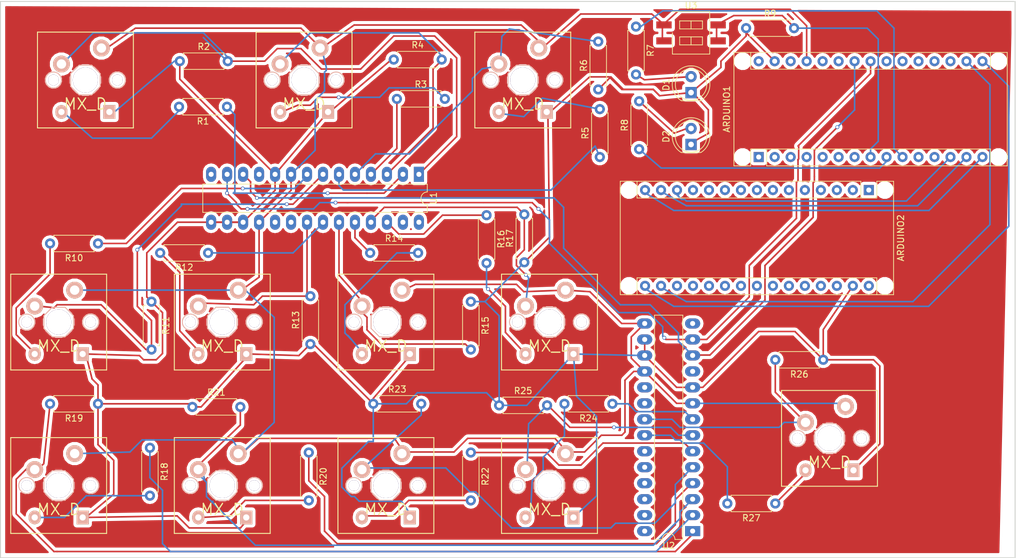
<source format=kicad_pcb>
(kicad_pcb (version 4) (host pcbnew 4.0.7)
  (title_block (title voctoknopf1) (date 2017-11-29))
  (layers (0 F.Cu signal) (31 B.Cu signal) (34 B.Paste user) (35 F.Paste user) (36 B.SilkS user) (37 F.SilkS user) (38 B.Mask user) (39 F.Mask user) (44 Edge.Cuts user))
  (net 0 "")
  (net 1 /GND)
  (net 2 "Net-(D1-Pad2)")
  (net 3 "Net-(D2-Pad2)")
  (net 4 "Net-(R1-Pad1)")
  (net 5 "Net-(R1-Pad2)")
  (net 6 "Net-(R2-Pad2)")
  (net 7 "Net-(R3-Pad1)")
  (net 8 "Net-(R3-Pad2)")
  (net 9 "Net-(R4-Pad2)")
  (net 10 "Net-(R5-Pad1)")
  (net 11 "Net-(R5-Pad2)")
  (net 12 "Net-(R6-Pad2)")
  (net 13 "Net-(ARDUINO1-Pad10)")
  (net 14 "Net-(ARDUINO1-Pad9)")
  (net 15 "Net-(ARDUINO1-Pad8)")
  (net 16 "Net-(R10-Pad1)")
  (net 17 "Net-(R10-Pad2)")
  (net 18 "Net-(R11-Pad2)")
  (net 19 "Net-(R12-Pad1)")
  (net 20 "Net-(R12-Pad2)")
  (net 21 "Net-(R13-Pad2)")
  (net 22 "Net-(R14-Pad1)")
  (net 23 "Net-(R14-Pad2)")
  (net 24 "Net-(R15-Pad2)")
  (net 25 "Net-(R16-Pad1)")
  (net 26 "Net-(R16-Pad2)")
  (net 27 "Net-(R17-Pad2)")
  (net 28 "Net-(R18-Pad1)")
  (net 29 "Net-(R18-Pad2)")
  (net 30 "Net-(R19-Pad2)")
  (net 31 "Net-(R20-Pad1)")
  (net 32 "Net-(R20-Pad2)")
  (net 33 "Net-(R21-Pad2)")
  (net 34 "Net-(R22-Pad1)")
  (net 35 "Net-(R22-Pad2)")
  (net 36 "Net-(R23-Pad2)")
  (net 37 "Net-(R24-Pad1)")
  (net 38 "Net-(R24-Pad2)")
  (net 39 "Net-(R25-Pad2)")
  (net 40 "Net-(R26-Pad2)")
  (net 41 "Net-(R27-Pad1)")
  (net 42 "Net-(R27-Pad2)")
  (net 43 /5V)
  (net 44 "Net-(U1-Pad19)")
  (net 45 "Net-(U1-Pad20)")
  (net 46 "Net-(ARDUINO1-Pad24)")
  (net 47 "Net-(ARDUINO1-Pad23)")
  (net 48 "Net-(U1-Pad27)")
  (net 49 "Net-(U1-Pad28)")
  (net 50 "Net-(U2-Pad19)")
  (net 51 "Net-(U2-Pad20)")
  (net 52 "Net-(U2-Pad23)")
  (net 53 "Net-(U2-Pad24)")
  (net 54 "Net-(U2-Pad25)")
  (net 55 "Net-(U2-Pad26)")
  (net 56 "Net-(U2-Pad27)")
  (net 57 "Net-(U2-Pad28)")
  (net 58 "Net-(ARDUINO1-Pad1)")
  (net 59 "Net-(ARDUINO1-Pad17)")
  (net 60 "Net-(ARDUINO1-Pad2)")
  (net 61 "Net-(ARDUINO1-Pad18)")
  (net 62 "Net-(ARDUINO1-Pad3)")
  (net 63 "Net-(ARDUINO1-Pad19)")
  (net 64 "Net-(ARDUINO1-Pad4)")
  (net 65 "Net-(ARDUINO1-Pad20)")
  (net 66 "Net-(ARDUINO1-Pad5)")
  (net 67 "Net-(ARDUINO1-Pad21)")
  (net 68 "Net-(ARDUINO1-Pad6)")
  (net 69 "Net-(ARDUINO1-Pad22)")
  (net 70 "Net-(ARDUINO1-Pad7)")
  (net 71 "Net-(ARDUINO1-Pad25)")
  (net 72 "Net-(ARDUINO1-Pad26)")
  (net 73 "Net-(ARDUINO1-Pad11)")
  (net 74 "Net-(ARDUINO1-Pad12)")
  (net 75 "Net-(ARDUINO1-Pad28)")
  (net 76 "Net-(ARDUINO1-Pad13)")
  (net 77 "Net-(ARDUINO1-Pad14)")
  (net 78 "Net-(ARDUINO1-Pad30)")
  (net 79 "Net-(ARDUINO1-Pad15)")
  (net 80 "Net-(ARDUINO1-Pad16)")
  (net 81 "Net-(ARDUINO2-Pad1)")
  (net 82 "Net-(ARDUINO2-Pad2)")
  (net 83 "Net-(ARDUINO2-Pad18)")
  (net 84 "Net-(ARDUINO2-Pad3)")
  (net 85 "Net-(ARDUINO2-Pad19)")
  (net 86 "Net-(ARDUINO2-Pad4)")
  (net 87 "Net-(ARDUINO2-Pad20)")
  (net 88 "Net-(ARDUINO2-Pad5)")
  (net 89 "Net-(ARDUINO2-Pad21)")
  (net 90 "Net-(ARDUINO2-Pad6)")
  (net 91 "Net-(ARDUINO2-Pad22)")
  (net 92 "Net-(ARDUINO2-Pad7)")
  (net 93 "Net-(ARDUINO2-Pad23)")
  (net 94 "Net-(ARDUINO2-Pad8)")
  (net 95 "Net-(ARDUINO2-Pad24)")
  (net 96 "Net-(ARDUINO2-Pad9)")
  (net 97 "Net-(ARDUINO2-Pad25)")
  (net 98 "Net-(ARDUINO2-Pad10)")
  (net 99 "Net-(ARDUINO2-Pad26)")
  (net 100 "Net-(ARDUINO2-Pad11)")
  (net 101 "Net-(ARDUINO2-Pad27)")
  (net 102 "Net-(ARDUINO2-Pad12)")
  (net 103 "Net-(ARDUINO2-Pad28)")
  (net 104 "Net-(ARDUINO2-Pad30)")
  (module LEDs:LED_D5.0mm (layer F.Cu) (at 126 31.25 90)
    (fp_text reference D1 (at 1.27 -3.96 90) (layer F.SilkS))
    (fp_text value LED)
    (pad 1 thru_hole rect (at 0 0 90) (size 1.8 1.8) (drill 0.9) (layers *.Cu *.Mask) (net 1 /GND))
    (pad 2 thru_hole circle (at 2.54 0 90) (size 1.8 1.8) (drill 0.9) (layers *.Cu *.Mask) (net 2 "Net-(D1-Pad2)"))
  )
  (module LEDs:LED_D5.0mm (layer F.Cu) (at 126 39.5 90)
    (fp_text reference D2 (at 1.27 -3.96 90) (layer F.SilkS))
    (fp_text value LED)
    (pad 1 thru_hole rect (at 0 0 90) (size 1.8 1.8) (drill 0.9) (layers *.Cu *.Mask) (net 1 /GND))
    (pad 2 thru_hole circle (at 2.54 0 90) (size 1.8 1.8) (drill 0.9) (layers *.Cu *.Mask) (net 3 "Net-(D2-Pad2)"))
  )
  (module Resistors_THT:R_Axial_DIN0207_L6.3mm_D2.5mm_P7.62mm_Horizontal (layer F.Cu) (at 52.25 33.5 180)
    (fp_text reference R1 (at 3.81 -2.31 180) (layer F.SilkS))
    (fp_text value 220)
    (pad 1 thru_hole circle (at 0 0 180) (size 1.6 1.6) (drill 0.8) (layers *.Cu *.Mask) (net 4 "Net-(R1-Pad1)"))
    (pad 2 thru_hole oval (at 7.62 0 180) (size 1.6 1.6) (drill 0.8) (layers *.Cu *.Mask) (net 5 "Net-(R1-Pad2)"))
  )
  (module Resistors_THT:R_Axial_DIN0207_L6.3mm_D2.5mm_P7.62mm_Horizontal (layer F.Cu) (at 44.75 26.25)
    (fp_text reference R2 (at 3.81 -2.31) (layer F.SilkS))
    (fp_text value "10 k")
    (pad 1 thru_hole circle (at 0 0) (size 1.6 1.6) (drill 0.8) (layers *.Cu *.Mask) (net 1 /GND))
    (pad 2 thru_hole oval (at 7.62 0) (size 1.6 1.6) (drill 0.8) (layers *.Cu *.Mask) (net 6 "Net-(R2-Pad2)"))
  )
  (module Resistors_THT:R_Axial_DIN0207_L6.3mm_D2.5mm_P7.62mm_Horizontal (layer F.Cu) (at 79.25 32.25)
    (fp_text reference R3 (at 3.81 -2.31) (layer F.SilkS))
    (fp_text value 220)
    (pad 1 thru_hole circle (at 0 0) (size 1.6 1.6) (drill 0.8) (layers *.Cu *.Mask) (net 7 "Net-(R3-Pad1)"))
    (pad 2 thru_hole oval (at 7.62 0) (size 1.6 1.6) (drill 0.8) (layers *.Cu *.Mask) (net 8 "Net-(R3-Pad2)"))
  )
  (module Resistors_THT:R_Axial_DIN0207_L6.3mm_D2.5mm_P7.62mm_Horizontal (layer F.Cu) (at 78.75 26)
    (fp_text reference R4 (at 3.81 -2.31) (layer F.SilkS))
    (fp_text value "10 k")
    (pad 1 thru_hole circle (at 0 0) (size 1.6 1.6) (drill 0.8) (layers *.Cu *.Mask) (net 1 /GND))
    (pad 2 thru_hole oval (at 7.62 0) (size 1.6 1.6) (drill 0.8) (layers *.Cu *.Mask) (net 9 "Net-(R4-Pad2)"))
  )
  (module Resistors_THT:R_Axial_DIN0207_L6.3mm_D2.5mm_P7.62mm_Horizontal (layer F.Cu) (at 111.5 41.5 90)
    (fp_text reference R5 (at 3.81 -2.31 90) (layer F.SilkS))
    (fp_text value 220)
    (pad 1 thru_hole circle (at 0 0 90) (size 1.6 1.6) (drill 0.8) (layers *.Cu *.Mask) (net 10 "Net-(R5-Pad1)"))
    (pad 2 thru_hole oval (at 7.62 0 90) (size 1.6 1.6) (drill 0.8) (layers *.Cu *.Mask) (net 11 "Net-(R5-Pad2)"))
  )
  (module Resistors_THT:R_Axial_DIN0207_L6.3mm_D2.5mm_P7.62mm_Horizontal (layer F.Cu) (at 111.25 30.75 90)
    (fp_text reference R6 (at 3.81 -2.31 90) (layer F.SilkS))
    (fp_text value "10 k")
    (pad 1 thru_hole circle (at 0 0 90) (size 1.6 1.6) (drill 0.8) (layers *.Cu *.Mask) (net 1 /GND))
    (pad 2 thru_hole oval (at 7.62 0 90) (size 1.6 1.6) (drill 0.8) (layers *.Cu *.Mask) (net 12 "Net-(R6-Pad2)"))
  )
  (module Resistors_THT:R_Axial_DIN0207_L6.3mm_D2.5mm_P7.62mm_Horizontal (layer F.Cu) (at 117.25 20.75 270)
    (fp_text reference R7 (at 3.81 -2.31 270) (layer F.SilkS))
    (fp_text value 220)
    (pad 1 thru_hole circle (at 0 0 270) (size 1.6 1.6) (drill 0.8) (layers *.Cu *.Mask) (net 13 "Net-(ARDUINO1-Pad10)"))
    (pad 2 thru_hole oval (at 7.62 0 270) (size 1.6 1.6) (drill 0.8) (layers *.Cu *.Mask) (net 2 "Net-(D1-Pad2)"))
  )
  (module Resistors_THT:R_Axial_DIN0207_L6.3mm_D2.5mm_P7.62mm_Horizontal (layer F.Cu) (at 117.75 40.25 90)
    (fp_text reference R8 (at 3.81 -2.31 90) (layer F.SilkS))
    (fp_text value 220)
    (pad 1 thru_hole circle (at 0 0 90) (size 1.6 1.6) (drill 0.8) (layers *.Cu *.Mask) (net 14 "Net-(ARDUINO1-Pad9)"))
    (pad 2 thru_hole oval (at 7.62 0 90) (size 1.6 1.6) (drill 0.8) (layers *.Cu *.Mask) (net 3 "Net-(D2-Pad2)"))
  )
  (module Resistors_THT:R_Axial_DIN0207_L6.3mm_D2.5mm_P7.62mm_Horizontal (layer F.Cu) (at 134.75 21)
    (fp_text reference R9 (at 3.81 -2.31) (layer F.SilkS))
    (fp_text value "10 k")
    (pad 1 thru_hole circle (at 0 0) (size 1.6 1.6) (drill 0.8) (layers *.Cu *.Mask) (net 1 /GND))
    (pad 2 thru_hole oval (at 7.62 0) (size 1.6 1.6) (drill 0.8) (layers *.Cu *.Mask) (net 15 "Net-(ARDUINO1-Pad8)"))
  )
  (module Resistors_THT:R_Axial_DIN0207_L6.3mm_D2.5mm_P7.62mm_Horizontal (layer F.Cu) (at 31.75 55.25 180)
    (fp_text reference R10 (at 3.81 -2.31 180) (layer F.SilkS))
    (fp_text value 220)
    (pad 1 thru_hole circle (at 0 0 180) (size 1.6 1.6) (drill 0.8) (layers *.Cu *.Mask) (net 16 "Net-(R10-Pad1)"))
    (pad 2 thru_hole oval (at 7.62 0 180) (size 1.6 1.6) (drill 0.8) (layers *.Cu *.Mask) (net 17 "Net-(R10-Pad2)"))
  )
  (module Resistors_THT:R_Axial_DIN0207_L6.3mm_D2.5mm_P7.62mm_Horizontal (layer F.Cu) (at 40.25 64.5 270)
    (fp_text reference R11 (at 3.81 -2.31 270) (layer F.SilkS))
    (fp_text value "10 k")
    (pad 1 thru_hole circle (at 0 0 270) (size 1.6 1.6) (drill 0.8) (layers *.Cu *.Mask) (net 1 /GND))
    (pad 2 thru_hole oval (at 7.62 0 270) (size 1.6 1.6) (drill 0.8) (layers *.Cu *.Mask) (net 18 "Net-(R11-Pad2)"))
  )
  (module Resistors_THT:R_Axial_DIN0207_L6.3mm_D2.5mm_P7.62mm_Horizontal (layer F.Cu) (at 49.25 56.75 180)
    (fp_text reference R12 (at 3.81 -2.31 180) (layer F.SilkS))
    (fp_text value 220)
    (pad 1 thru_hole circle (at 0 0 180) (size 1.6 1.6) (drill 0.8) (layers *.Cu *.Mask) (net 19 "Net-(R12-Pad1)"))
    (pad 2 thru_hole oval (at 7.62 0 180) (size 1.6 1.6) (drill 0.8) (layers *.Cu *.Mask) (net 20 "Net-(R12-Pad2)"))
  )
  (module Resistors_THT:R_Axial_DIN0207_L6.3mm_D2.5mm_P7.62mm_Horizontal (layer F.Cu) (at 65.5 71.25 90)
    (fp_text reference R13 (at 3.81 -2.31 90) (layer F.SilkS))
    (fp_text value "10 k")
    (pad 1 thru_hole circle (at 0 0 90) (size 1.6 1.6) (drill 0.8) (layers *.Cu *.Mask) (net 1 /GND))
    (pad 2 thru_hole oval (at 7.62 0 90) (size 1.6 1.6) (drill 0.8) (layers *.Cu *.Mask) (net 21 "Net-(R13-Pad2)"))
  )
  (module Resistors_THT:R_Axial_DIN0207_L6.3mm_D2.5mm_P7.62mm_Horizontal (layer F.Cu) (at 75 56.75)
    (fp_text reference R14 (at 3.81 -2.31) (layer F.SilkS))
    (fp_text value 220)
    (pad 1 thru_hole circle (at 0 0) (size 1.6 1.6) (drill 0.8) (layers *.Cu *.Mask) (net 22 "Net-(R14-Pad1)"))
    (pad 2 thru_hole oval (at 7.62 0) (size 1.6 1.6) (drill 0.8) (layers *.Cu *.Mask) (net 23 "Net-(R14-Pad2)"))
  )
  (module Resistors_THT:R_Axial_DIN0207_L6.3mm_D2.5mm_P7.62mm_Horizontal (layer F.Cu) (at 91 64.5 270)
    (fp_text reference R15 (at 3.81 -2.31 270) (layer F.SilkS))
    (fp_text value "10 k")
    (pad 1 thru_hole circle (at 0 0 270) (size 1.6 1.6) (drill 0.8) (layers *.Cu *.Mask) (net 1 /GND))
    (pad 2 thru_hole oval (at 7.62 0 270) (size 1.6 1.6) (drill 0.8) (layers *.Cu *.Mask) (net 24 "Net-(R15-Pad2)"))
  )
  (module Resistors_THT:R_Axial_DIN0207_L6.3mm_D2.5mm_P7.62mm_Horizontal (layer F.Cu) (at 93.5 50.75 270)
    (fp_text reference R16 (at 3.81 -2.31 270) (layer F.SilkS))
    (fp_text value 220)
    (pad 1 thru_hole circle (at 0 0 270) (size 1.6 1.6) (drill 0.8) (layers *.Cu *.Mask) (net 25 "Net-(R16-Pad1)"))
    (pad 2 thru_hole oval (at 7.62 0 270) (size 1.6 1.6) (drill 0.8) (layers *.Cu *.Mask) (net 26 "Net-(R16-Pad2)"))
  )
  (module Resistors_THT:R_Axial_DIN0207_L6.3mm_D2.5mm_P7.62mm_Horizontal (layer F.Cu) (at 99.5 58.25 90)
    (fp_text reference R17 (at 3.81 -2.31 90) (layer F.SilkS))
    (fp_text value "10 k")
    (pad 1 thru_hole circle (at 0 0 90) (size 1.6 1.6) (drill 0.8) (layers *.Cu *.Mask) (net 1 /GND))
    (pad 2 thru_hole oval (at 7.62 0 90) (size 1.6 1.6) (drill 0.8) (layers *.Cu *.Mask) (net 27 "Net-(R17-Pad2)"))
  )
  (module Resistors_THT:R_Axial_DIN0207_L6.3mm_D2.5mm_P7.62mm_Horizontal (layer F.Cu) (at 40 87.75 270)
    (fp_text reference R18 (at 3.81 -2.31 270) (layer F.SilkS))
    (fp_text value 220)
    (pad 1 thru_hole circle (at 0 0 270) (size 1.6 1.6) (drill 0.8) (layers *.Cu *.Mask) (net 28 "Net-(R18-Pad1)"))
    (pad 2 thru_hole oval (at 7.62 0 270) (size 1.6 1.6) (drill 0.8) (layers *.Cu *.Mask) (net 29 "Net-(R18-Pad2)"))
  )
  (module Resistors_THT:R_Axial_DIN0207_L6.3mm_D2.5mm_P7.62mm_Horizontal (layer F.Cu) (at 31.75 80.75 180)
    (fp_text reference R19 (at 3.81 -2.31 180) (layer F.SilkS))
    (fp_text value "10 k")
    (pad 1 thru_hole circle (at 0 0 180) (size 1.6 1.6) (drill 0.8) (layers *.Cu *.Mask) (net 1 /GND))
    (pad 2 thru_hole oval (at 7.62 0 180) (size 1.6 1.6) (drill 0.8) (layers *.Cu *.Mask) (net 30 "Net-(R19-Pad2)"))
  )
  (module Resistors_THT:R_Axial_DIN0207_L6.3mm_D2.5mm_P7.62mm_Horizontal (layer F.Cu) (at 65.25 88.5 270)
    (fp_text reference R20 (at 3.81 -2.31 270) (layer F.SilkS))
    (fp_text value 220)
    (pad 1 thru_hole circle (at 0 0 270) (size 1.6 1.6) (drill 0.8) (layers *.Cu *.Mask) (net 31 "Net-(R20-Pad1)"))
    (pad 2 thru_hole oval (at 7.62 0 270) (size 1.6 1.6) (drill 0.8) (layers *.Cu *.Mask) (net 32 "Net-(R20-Pad2)"))
  )
  (module Resistors_THT:R_Axial_DIN0207_L6.3mm_D2.5mm_P7.62mm_Horizontal (layer F.Cu) (at 46.75 81.25)
    (fp_text reference R21 (at 3.81 -2.31) (layer F.SilkS))
    (fp_text value "10 k")
    (pad 1 thru_hole circle (at 0 0) (size 1.6 1.6) (drill 0.8) (layers *.Cu *.Mask) (net 1 /GND))
    (pad 2 thru_hole oval (at 7.62 0) (size 1.6 1.6) (drill 0.8) (layers *.Cu *.Mask) (net 33 "Net-(R21-Pad2)"))
  )
  (module Resistors_THT:R_Axial_DIN0207_L6.3mm_D2.5mm_P7.62mm_Horizontal (layer F.Cu) (at 91 88.5 270)
    (fp_text reference R22 (at 3.81 -2.31 270) (layer F.SilkS))
    (fp_text value 220)
    (pad 1 thru_hole circle (at 0 0 270) (size 1.6 1.6) (drill 0.8) (layers *.Cu *.Mask) (net 34 "Net-(R22-Pad1)"))
    (pad 2 thru_hole oval (at 7.62 0 270) (size 1.6 1.6) (drill 0.8) (layers *.Cu *.Mask) (net 35 "Net-(R22-Pad2)"))
  )
  (module Resistors_THT:R_Axial_DIN0207_L6.3mm_D2.5mm_P7.62mm_Horizontal (layer F.Cu) (at 75.5 80.75)
    (fp_text reference R23 (at 3.81 -2.31) (layer F.SilkS))
    (fp_text value "10 k")
    (pad 1 thru_hole circle (at 0 0) (size 1.6 1.6) (drill 0.8) (layers *.Cu *.Mask) (net 1 /GND))
    (pad 2 thru_hole oval (at 7.62 0) (size 1.6 1.6) (drill 0.8) (layers *.Cu *.Mask) (net 36 "Net-(R23-Pad2)"))
  )
  (module Resistors_THT:R_Axial_DIN0207_L6.3mm_D2.5mm_P7.62mm_Horizontal (layer F.Cu) (at 113.5 80.75 180)
    (fp_text reference R24 (at 3.81 -2.31 180) (layer F.SilkS))
    (fp_text value 220)
    (pad 1 thru_hole circle (at 0 0 180) (size 1.6 1.6) (drill 0.8) (layers *.Cu *.Mask) (net 37 "Net-(R24-Pad1)"))
    (pad 2 thru_hole oval (at 7.62 0 180) (size 1.6 1.6) (drill 0.8) (layers *.Cu *.Mask) (net 38 "Net-(R24-Pad2)"))
  )
  (module Resistors_THT:R_Axial_DIN0207_L6.3mm_D2.5mm_P7.62mm_Horizontal (layer F.Cu) (at 95.5 81)
    (fp_text reference R25 (at 3.81 -2.31) (layer F.SilkS))
    (fp_text value "10 k")
    (pad 1 thru_hole circle (at 0 0) (size 1.6 1.6) (drill 0.8) (layers *.Cu *.Mask) (net 1 /GND))
    (pad 2 thru_hole oval (at 7.62 0) (size 1.6 1.6) (drill 0.8) (layers *.Cu *.Mask) (net 39 "Net-(R25-Pad2)"))
  )
  (module Resistors_THT:R_Axial_DIN0207_L6.3mm_D2.5mm_P7.62mm_Horizontal (layer F.Cu) (at 147.01 73.75 180)
    (fp_text reference R26 (at 3.81 -2.31 180) (layer F.SilkS))
    (fp_text value "10 k")
    (pad 1 thru_hole circle (at 0 0 180) (size 1.6 1.6) (drill 0.8) (layers *.Cu *.Mask) (net 1 /GND))
    (pad 2 thru_hole oval (at 7.62 0 180) (size 1.6 1.6) (drill 0.8) (layers *.Cu *.Mask) (net 40 "Net-(R26-Pad2)"))
  )
  (module Resistors_THT:R_Axial_DIN0207_L6.3mm_D2.5mm_P7.62mm_Horizontal (layer F.Cu) (at 139.39 96.61 180)
    (fp_text reference R27 (at 3.81 -2.31 180) (layer F.SilkS))
    (fp_text value 220)
    (pad 1 thru_hole circle (at 0 0 180) (size 1.6 1.6) (drill 0.8) (layers *.Cu *.Mask) (net 41 "Net-(R27-Pad1)"))
    (pad 2 thru_hole oval (at 7.62 0 180) (size 1.6 1.6) (drill 0.8) (layers *.Cu *.Mask) (net 42 "Net-(R27-Pad2)"))
  )
  (module cherry:SW_PCB_4PIN (layer F.Cu) (at 29.75 29.25)
    (fp_text reference SW1 hide)
    (fp_text value MX_D (at 0 3.81) (layer F.SilkS) (effects (font (size 1.778 1.778) (thickness 0.2032))))
    (pad 1 thru_hole circle (at 2.54 -5.08) (size 2.667 2.667) (drill 1.4986) (layers *.Cu *.SilkS *.Mask) (net 43 /5V))
    (pad 2 thru_hole circle (at -3.81 -2.54) (size 2.667 2.667) (drill 1.4986) (layers *.Cu *.SilkS *.Mask) (net 6 "Net-(R2-Pad2)"))
    (pad 3 thru_hole oval (at -3.81 5.08) (size 1.905 2.159) (drill 0.9906) (layers *.Cu *.SilkS *.Mask) (net 5 "Net-(R1-Pad2)"))
    (pad 4 thru_hole rect (at 3.81 5.08) (size 1.905 2.159) (drill 0.9906) (layers *.Cu *.SilkS *.Mask) (net 1 /GND))
    (pad HOLE thru_hole circle (at 5.08 0) (size 1.7018 1.7018) (drill 1.7018) (layers *.Cu))
    (pad HOLE thru_hole circle (at -5.08 0) (size 1.7018 1.7018) (drill 1.7018) (layers *.Cu))
    (pad HOLE thru_hole circle (at 0 0) (size 3.9878 3.9878) (drill 3.9878) (layers *.Cu))
  )
  (module cherry:SW_PCB_4PIN (layer F.Cu) (at 64.5 29.25)
    (fp_text reference SW2 hide)
    (fp_text value MX_D (at 0 3.81) (layer F.SilkS) (effects (font (size 1.778 1.778) (thickness 0.2032))))
    (pad 1 thru_hole circle (at 2.54 -5.08) (size 2.667 2.667) (drill 1.4986) (layers *.Cu *.SilkS *.Mask) (net 43 /5V))
    (pad 2 thru_hole circle (at -3.81 -2.54) (size 2.667 2.667) (drill 1.4986) (layers *.Cu *.SilkS *.Mask) (net 9 "Net-(R4-Pad2)"))
    (pad 3 thru_hole oval (at -3.81 5.08) (size 1.905 2.159) (drill 0.9906) (layers *.Cu *.SilkS *.Mask) (net 8 "Net-(R3-Pad2)"))
    (pad 4 thru_hole rect (at 3.81 5.08) (size 1.905 2.159) (drill 0.9906) (layers *.Cu *.SilkS *.Mask) (net 1 /GND))
    (pad HOLE thru_hole circle (at 5.08 0) (size 1.7018 1.7018) (drill 1.7018) (layers *.Cu))
    (pad HOLE thru_hole circle (at -5.08 0) (size 1.7018 1.7018) (drill 1.7018) (layers *.Cu))
    (pad HOLE thru_hole circle (at 0 0) (size 3.9878 3.9878) (drill 3.9878) (layers *.Cu))
  )
  (module cherry:SW_PCB_4PIN (layer F.Cu) (at 99.255 29.25)
    (fp_text reference SW3 hide)
    (fp_text value MX_D (at 0 3.81) (layer F.SilkS) (effects (font (size 1.778 1.778) (thickness 0.2032))))
    (pad 1 thru_hole circle (at 2.54 -5.08) (size 2.667 2.667) (drill 1.4986) (layers *.Cu *.SilkS *.Mask) (net 43 /5V))
    (pad 2 thru_hole circle (at -3.81 -2.54) (size 2.667 2.667) (drill 1.4986) (layers *.Cu *.SilkS *.Mask) (net 12 "Net-(R6-Pad2)"))
    (pad 3 thru_hole oval (at -3.81 5.08) (size 1.905 2.159) (drill 0.9906) (layers *.Cu *.SilkS *.Mask) (net 11 "Net-(R5-Pad2)"))
    (pad 4 thru_hole rect (at 3.81 5.08) (size 1.905 2.159) (drill 0.9906) (layers *.Cu *.SilkS *.Mask) (net 1 /GND))
    (pad HOLE thru_hole circle (at 5.08 0) (size 1.7018 1.7018) (drill 1.7018) (layers *.Cu))
    (pad HOLE thru_hole circle (at -5.08 0) (size 1.7018 1.7018) (drill 1.7018) (layers *.Cu))
    (pad HOLE thru_hole circle (at 0 0) (size 3.9878 3.9878) (drill 3.9878) (layers *.Cu))
  )
  (module cherry:SW_PCB_4PIN (layer F.Cu) (at 25.5 67.75)
    (fp_text reference SW4 hide)
    (fp_text value MX_D (at 0 3.81) (layer F.SilkS) (effects (font (size 1.778 1.778) (thickness 0.2032))))
    (pad 1 thru_hole circle (at 2.54 -5.08) (size 2.667 2.667) (drill 1.4986) (layers *.Cu *.SilkS *.Mask) (net 43 /5V))
    (pad 2 thru_hole circle (at -3.81 -2.54) (size 2.667 2.667) (drill 1.4986) (layers *.Cu *.SilkS *.Mask) (net 18 "Net-(R11-Pad2)"))
    (pad 3 thru_hole oval (at -3.81 5.08) (size 1.905 2.159) (drill 0.9906) (layers *.Cu *.SilkS *.Mask) (net 17 "Net-(R10-Pad2)"))
    (pad 4 thru_hole rect (at 3.81 5.08) (size 1.905 2.159) (drill 0.9906) (layers *.Cu *.SilkS *.Mask) (net 1 /GND))
    (pad HOLE thru_hole circle (at 5.08 0) (size 1.7018 1.7018) (drill 1.7018) (layers *.Cu))
    (pad HOLE thru_hole circle (at -5.08 0) (size 1.7018 1.7018) (drill 1.7018) (layers *.Cu))
    (pad HOLE thru_hole circle (at 0 0) (size 3.9878 3.9878) (drill 3.9878) (layers *.Cu))
  )
  (module cherry:SW_PCB_4PIN (layer F.Cu) (at 51.5 67.75)
    (fp_text reference SW5 hide)
    (fp_text value MX_D (at 0 3.81) (layer F.SilkS) (effects (font (size 1.778 1.778) (thickness 0.2032))))
    (pad 1 thru_hole circle (at 2.54 -5.08) (size 2.667 2.667) (drill 1.4986) (layers *.Cu *.SilkS *.Mask) (net 43 /5V))
    (pad 2 thru_hole circle (at -3.81 -2.54) (size 2.667 2.667) (drill 1.4986) (layers *.Cu *.SilkS *.Mask) (net 21 "Net-(R13-Pad2)"))
    (pad 3 thru_hole oval (at -3.81 5.08) (size 1.905 2.159) (drill 0.9906) (layers *.Cu *.SilkS *.Mask) (net 20 "Net-(R12-Pad2)"))
    (pad 4 thru_hole rect (at 3.81 5.08) (size 1.905 2.159) (drill 0.9906) (layers *.Cu *.SilkS *.Mask) (net 1 /GND))
    (pad HOLE thru_hole circle (at 5.08 0) (size 1.7018 1.7018) (drill 1.7018) (layers *.Cu))
    (pad HOLE thru_hole circle (at -5.08 0) (size 1.7018 1.7018) (drill 1.7018) (layers *.Cu))
    (pad HOLE thru_hole circle (at 0 0) (size 3.9878 3.9878) (drill 3.9878) (layers *.Cu))
  )
  (module cherry:SW_PCB_4PIN (layer F.Cu) (at 77.5 67.75)
    (fp_text reference SW6 hide)
    (fp_text value MX_D (at 0 3.81) (layer F.SilkS) (effects (font (size 1.778 1.778) (thickness 0.2032))))
    (pad 1 thru_hole circle (at 2.54 -5.08) (size 2.667 2.667) (drill 1.4986) (layers *.Cu *.SilkS *.Mask) (net 43 /5V))
    (pad 2 thru_hole circle (at -3.81 -2.54) (size 2.667 2.667) (drill 1.4986) (layers *.Cu *.SilkS *.Mask) (net 24 "Net-(R15-Pad2)"))
    (pad 3 thru_hole oval (at -3.81 5.08) (size 1.905 2.159) (drill 0.9906) (layers *.Cu *.SilkS *.Mask) (net 23 "Net-(R14-Pad2)"))
    (pad 4 thru_hole rect (at 3.81 5.08) (size 1.905 2.159) (drill 0.9906) (layers *.Cu *.SilkS *.Mask) (net 1 /GND))
    (pad HOLE thru_hole circle (at 5.08 0) (size 1.7018 1.7018) (drill 1.7018) (layers *.Cu))
    (pad HOLE thru_hole circle (at -5.08 0) (size 1.7018 1.7018) (drill 1.7018) (layers *.Cu))
    (pad HOLE thru_hole circle (at 0 0) (size 3.9878 3.9878) (drill 3.9878) (layers *.Cu))
  )
  (module cherry:SW_PCB_4PIN (layer F.Cu) (at 103.5 67.75)
    (fp_text reference SW7 hide)
    (fp_text value MX_D (at 0 3.81) (layer F.SilkS) (effects (font (size 1.778 1.778) (thickness 0.2032))))
    (pad 1 thru_hole circle (at 2.54 -5.08) (size 2.667 2.667) (drill 1.4986) (layers *.Cu *.SilkS *.Mask) (net 43 /5V))
    (pad 2 thru_hole circle (at -3.81 -2.54) (size 2.667 2.667) (drill 1.4986) (layers *.Cu *.SilkS *.Mask) (net 27 "Net-(R17-Pad2)"))
    (pad 3 thru_hole oval (at -3.81 5.08) (size 1.905 2.159) (drill 0.9906) (layers *.Cu *.SilkS *.Mask) (net 26 "Net-(R16-Pad2)"))
    (pad 4 thru_hole rect (at 3.81 5.08) (size 1.905 2.159) (drill 0.9906) (layers *.Cu *.SilkS *.Mask) (net 1 /GND))
    (pad HOLE thru_hole circle (at 5.08 0) (size 1.7018 1.7018) (drill 1.7018) (layers *.Cu))
    (pad HOLE thru_hole circle (at -5.08 0) (size 1.7018 1.7018) (drill 1.7018) (layers *.Cu))
    (pad HOLE thru_hole circle (at 0 0) (size 3.9878 3.9878) (drill 3.9878) (layers *.Cu))
  )
  (module cherry:SW_PCB_4PIN (layer F.Cu) (at 25.5 93.75)
    (fp_text reference SW8 hide)
    (fp_text value MX_D (at 0 3.81) (layer F.SilkS) (effects (font (size 1.778 1.778) (thickness 0.2032))))
    (pad 1 thru_hole circle (at 2.54 -5.08) (size 2.667 2.667) (drill 1.4986) (layers *.Cu *.SilkS *.Mask) (net 43 /5V))
    (pad 2 thru_hole circle (at -3.81 -2.54) (size 2.667 2.667) (drill 1.4986) (layers *.Cu *.SilkS *.Mask) (net 30 "Net-(R19-Pad2)"))
    (pad 3 thru_hole oval (at -3.81 5.08) (size 1.905 2.159) (drill 0.9906) (layers *.Cu *.SilkS *.Mask) (net 29 "Net-(R18-Pad2)"))
    (pad 4 thru_hole rect (at 3.81 5.08) (size 1.905 2.159) (drill 0.9906) (layers *.Cu *.SilkS *.Mask) (net 1 /GND))
    (pad HOLE thru_hole circle (at 5.08 0) (size 1.7018 1.7018) (drill 1.7018) (layers *.Cu))
    (pad HOLE thru_hole circle (at -5.08 0) (size 1.7018 1.7018) (drill 1.7018) (layers *.Cu))
    (pad HOLE thru_hole circle (at 0 0) (size 3.9878 3.9878) (drill 3.9878) (layers *.Cu))
  )
  (module cherry:SW_PCB_4PIN (layer F.Cu) (at 51.5 93.75)
    (fp_text reference SW9 hide)
    (fp_text value MX_D (at 0 3.81) (layer F.SilkS) (effects (font (size 1.778 1.778) (thickness 0.2032))))
    (pad 1 thru_hole circle (at 2.54 -5.08) (size 2.667 2.667) (drill 1.4986) (layers *.Cu *.SilkS *.Mask) (net 43 /5V))
    (pad 2 thru_hole circle (at -3.81 -2.54) (size 2.667 2.667) (drill 1.4986) (layers *.Cu *.SilkS *.Mask) (net 33 "Net-(R21-Pad2)"))
    (pad 3 thru_hole oval (at -3.81 5.08) (size 1.905 2.159) (drill 0.9906) (layers *.Cu *.SilkS *.Mask) (net 32 "Net-(R20-Pad2)"))
    (pad 4 thru_hole rect (at 3.81 5.08) (size 1.905 2.159) (drill 0.9906) (layers *.Cu *.SilkS *.Mask) (net 1 /GND))
    (pad HOLE thru_hole circle (at 5.08 0) (size 1.7018 1.7018) (drill 1.7018) (layers *.Cu))
    (pad HOLE thru_hole circle (at -5.08 0) (size 1.7018 1.7018) (drill 1.7018) (layers *.Cu))
    (pad HOLE thru_hole circle (at 0 0) (size 3.9878 3.9878) (drill 3.9878) (layers *.Cu))
  )
  (module cherry:SW_PCB_4PIN (layer F.Cu) (at 77.5 93.75)
    (fp_text reference SW10 hide)
    (fp_text value MX_D (at 0 3.81) (layer F.SilkS) (effects (font (size 1.778 1.778) (thickness 0.2032))))
    (pad 1 thru_hole circle (at 2.54 -5.08) (size 2.667 2.667) (drill 1.4986) (layers *.Cu *.SilkS *.Mask) (net 43 /5V))
    (pad 2 thru_hole circle (at -3.81 -2.54) (size 2.667 2.667) (drill 1.4986) (layers *.Cu *.SilkS *.Mask) (net 36 "Net-(R23-Pad2)"))
    (pad 3 thru_hole oval (at -3.81 5.08) (size 1.905 2.159) (drill 0.9906) (layers *.Cu *.SilkS *.Mask) (net 35 "Net-(R22-Pad2)"))
    (pad 4 thru_hole rect (at 3.81 5.08) (size 1.905 2.159) (drill 0.9906) (layers *.Cu *.SilkS *.Mask) (net 1 /GND))
    (pad HOLE thru_hole circle (at 5.08 0) (size 1.7018 1.7018) (drill 1.7018) (layers *.Cu))
    (pad HOLE thru_hole circle (at -5.08 0) (size 1.7018 1.7018) (drill 1.7018) (layers *.Cu))
    (pad HOLE thru_hole circle (at 0 0) (size 3.9878 3.9878) (drill 3.9878) (layers *.Cu))
  )
  (module cherry:SW_PCB_4PIN (layer F.Cu) (at 103.5 93.75)
    (fp_text reference SW11 hide)
    (fp_text value MX_D (at 0 3.81) (layer F.SilkS) (effects (font (size 1.778 1.778) (thickness 0.2032))))
    (pad 1 thru_hole circle (at 2.54 -5.08) (size 2.667 2.667) (drill 1.4986) (layers *.Cu *.SilkS *.Mask) (net 43 /5V))
    (pad 2 thru_hole circle (at -3.81 -2.54) (size 2.667 2.667) (drill 1.4986) (layers *.Cu *.SilkS *.Mask) (net 39 "Net-(R25-Pad2)"))
    (pad 3 thru_hole oval (at -3.81 5.08) (size 1.905 2.159) (drill 0.9906) (layers *.Cu *.SilkS *.Mask) (net 38 "Net-(R24-Pad2)"))
    (pad 4 thru_hole rect (at 3.81 5.08) (size 1.905 2.159) (drill 0.9906) (layers *.Cu *.SilkS *.Mask) (net 1 /GND))
    (pad HOLE thru_hole circle (at 5.08 0) (size 1.7018 1.7018) (drill 1.7018) (layers *.Cu))
    (pad HOLE thru_hole circle (at -5.08 0) (size 1.7018 1.7018) (drill 1.7018) (layers *.Cu))
    (pad HOLE thru_hole circle (at 0 0) (size 3.9878 3.9878) (drill 3.9878) (layers *.Cu))
  )
  (module cherry:SW_PCB_4PIN (layer F.Cu) (at 148 86.25)
    (fp_text reference SW12 hide)
    (fp_text value MX_D (at 0 3.81) (layer F.SilkS) (effects (font (size 1.778 1.778) (thickness 0.2032))))
    (pad 1 thru_hole circle (at 2.54 -5.08) (size 2.667 2.667) (drill 1.4986) (layers *.Cu *.SilkS *.Mask) (net 43 /5V))
    (pad 2 thru_hole circle (at -3.81 -2.54) (size 2.667 2.667) (drill 1.4986) (layers *.Cu *.SilkS *.Mask) (net 40 "Net-(R26-Pad2)"))
    (pad 3 thru_hole oval (at -3.81 5.08) (size 1.905 2.159) (drill 0.9906) (layers *.Cu *.SilkS *.Mask) (net 41 "Net-(R27-Pad1)"))
    (pad 4 thru_hole rect (at 3.81 5.08) (size 1.905 2.159) (drill 0.9906) (layers *.Cu *.SilkS *.Mask) (net 1 /GND))
    (pad HOLE thru_hole circle (at 5.08 0) (size 1.7018 1.7018) (drill 1.7018) (layers *.Cu))
    (pad HOLE thru_hole circle (at -5.08 0) (size 1.7018 1.7018) (drill 1.7018) (layers *.Cu))
    (pad HOLE thru_hole circle (at 0 0) (size 3.9878 3.9878) (drill 3.9878) (layers *.Cu))
  )
  (module Housings_DIP:DIP-28_W7.62mm_LongPads (layer F.Cu) (at 82.75 44.25 270)
    (fp_text reference U1 (at 3.81 -2.33 270) (layer F.SilkS))
    (fp_text value MCP23017)
    (pad 1 thru_hole rect (at 0 0 270) (size 2.4 1.6) (drill 0.8) (layers *.Cu *.Mask) (net 6 "Net-(R2-Pad2)"))
    (pad 15 thru_hole oval (at 7.62 33.02 270) (size 2.4 1.6) (drill 0.8) (layers *.Cu *.Mask) (net 1 /GND))
    (pad 2 thru_hole oval (at 0 2.54 270) (size 2.4 1.6) (drill 0.8) (layers *.Cu *.Mask) (net 4 "Net-(R1-Pad1)"))
    (pad 16 thru_hole oval (at 7.62 30.48 270) (size 2.4 1.6) (drill 0.8) (layers *.Cu *.Mask) (net 1 /GND))
    (pad 3 thru_hole oval (at 0 5.08 270) (size 2.4 1.6) (drill 0.8) (layers *.Cu *.Mask) (net 9 "Net-(R4-Pad2)"))
    (pad 17 thru_hole oval (at 7.62 27.94 270) (size 2.4 1.6) (drill 0.8) (layers *.Cu *.Mask) (net 1 /GND))
    (pad 4 thru_hole oval (at 0 7.62 270) (size 2.4 1.6) (drill 0.8) (layers *.Cu *.Mask) (net 7 "Net-(R3-Pad1)"))
    (pad 18 thru_hole oval (at 7.62 25.4 270) (size 2.4 1.6) (drill 0.8) (layers *.Cu *.Mask) (net 43 /5V))
    (pad 5 thru_hole oval (at 0 10.16 270) (size 2.4 1.6) (drill 0.8) (layers *.Cu *.Mask) (net 12 "Net-(R6-Pad2)"))
    (pad 19 thru_hole oval (at 7.62 22.86 270) (size 2.4 1.6) (drill 0.8) (layers *.Cu *.Mask) (net 44 "Net-(U1-Pad19)"))
    (pad 6 thru_hole oval (at 0 12.7 270) (size 2.4 1.6) (drill 0.8) (layers *.Cu *.Mask) (net 10 "Net-(R5-Pad1)"))
    (pad 20 thru_hole oval (at 7.62 20.32 270) (size 2.4 1.6) (drill 0.8) (layers *.Cu *.Mask) (net 45 "Net-(U1-Pad20)"))
    (pad 7 thru_hole oval (at 0 15.24 270) (size 2.4 1.6) (drill 0.8) (layers *.Cu *.Mask) (net 18 "Net-(R11-Pad2)"))
    (pad 21 thru_hole oval (at 7.62 17.78 270) (size 2.4 1.6) (drill 0.8) (layers *.Cu *.Mask) (net 21 "Net-(R13-Pad2)"))
    (pad 8 thru_hole oval (at 0 17.78 270) (size 2.4 1.6) (drill 0.8) (layers *.Cu *.Mask) (net 16 "Net-(R10-Pad1)"))
    (pad 22 thru_hole oval (at 7.62 15.24 270) (size 2.4 1.6) (drill 0.8) (layers *.Cu *.Mask) (net 19 "Net-(R12-Pad1)"))
    (pad 9 thru_hole oval (at 0 20.32 270) (size 2.4 1.6) (drill 0.8) (layers *.Cu *.Mask) (net 43 /5V))
    (pad 23 thru_hole oval (at 7.62 12.7 270) (size 2.4 1.6) (drill 0.8) (layers *.Cu *.Mask) (net 24 "Net-(R15-Pad2)"))
    (pad 10 thru_hole oval (at 0 22.86 270) (size 2.4 1.6) (drill 0.8) (layers *.Cu *.Mask) (net 1 /GND))
    (pad 24 thru_hole oval (at 7.62 10.16 270) (size 2.4 1.6) (drill 0.8) (layers *.Cu *.Mask) (net 22 "Net-(R14-Pad1)"))
    (pad 11 thru_hole oval (at 0 25.4 270) (size 2.4 1.6) (drill 0.8) (layers *.Cu *.Mask))
    (pad 25 thru_hole oval (at 7.62 7.62 270) (size 2.4 1.6) (drill 0.8) (layers *.Cu *.Mask) (net 27 "Net-(R17-Pad2)"))
    (pad 12 thru_hole oval (at 0 27.94 270) (size 2.4 1.6) (drill 0.8) (layers *.Cu *.Mask) (net 46 "Net-(ARDUINO1-Pad24)"))
    (pad 26 thru_hole oval (at 7.62 5.08 270) (size 2.4 1.6) (drill 0.8) (layers *.Cu *.Mask) (net 25 "Net-(R16-Pad1)"))
    (pad 13 thru_hole oval (at 0 30.48 270) (size 2.4 1.6) (drill 0.8) (layers *.Cu *.Mask) (net 47 "Net-(ARDUINO1-Pad23)"))
    (pad 27 thru_hole oval (at 7.62 2.54 270) (size 2.4 1.6) (drill 0.8) (layers *.Cu *.Mask) (net 48 "Net-(U1-Pad27)"))
    (pad 14 thru_hole oval (at 0 33.02 270) (size 2.4 1.6) (drill 0.8) (layers *.Cu *.Mask))
    (pad 28 thru_hole oval (at 7.62 0 270) (size 2.4 1.6) (drill 0.8) (layers *.Cu *.Mask) (net 49 "Net-(U1-Pad28)"))
  )
  (module Housings_DIP:DIP-28_W7.62mm_LongPads (layer F.Cu) (at 126.25 101 180)
    (fp_text reference U2 (at 3.81 -2.33 180) (layer F.SilkS))
    (fp_text value MCP23017)
    (pad 1 thru_hole rect (at 0 0 180) (size 2.4 1.6) (drill 0.8) (layers *.Cu *.Mask) (net 30 "Net-(R19-Pad2)"))
    (pad 15 thru_hole oval (at 7.62 33.02 180) (size 2.4 1.6) (drill 0.8) (layers *.Cu *.Mask) (net 43 /5V))
    (pad 2 thru_hole oval (at 0 2.54 180) (size 2.4 1.6) (drill 0.8) (layers *.Cu *.Mask) (net 28 "Net-(R18-Pad1)"))
    (pad 16 thru_hole oval (at 7.62 30.48 180) (size 2.4 1.6) (drill 0.8) (layers *.Cu *.Mask) (net 1 /GND))
    (pad 3 thru_hole oval (at 0 5.08 180) (size 2.4 1.6) (drill 0.8) (layers *.Cu *.Mask) (net 33 "Net-(R21-Pad2)"))
    (pad 17 thru_hole oval (at 7.62 27.94 180) (size 2.4 1.6) (drill 0.8) (layers *.Cu *.Mask) (net 1 /GND))
    (pad 4 thru_hole oval (at 0 7.62 180) (size 2.4 1.6) (drill 0.8) (layers *.Cu *.Mask) (net 31 "Net-(R20-Pad1)"))
    (pad 18 thru_hole oval (at 7.62 25.4 180) (size 2.4 1.6) (drill 0.8) (layers *.Cu *.Mask) (net 43 /5V))
    (pad 5 thru_hole oval (at 0 10.16 180) (size 2.4 1.6) (drill 0.8) (layers *.Cu *.Mask) (net 36 "Net-(R23-Pad2)"))
    (pad 19 thru_hole oval (at 7.62 22.86 180) (size 2.4 1.6) (drill 0.8) (layers *.Cu *.Mask) (net 50 "Net-(U2-Pad19)"))
    (pad 6 thru_hole oval (at 0 12.7 180) (size 2.4 1.6) (drill 0.8) (layers *.Cu *.Mask) (net 34 "Net-(R22-Pad1)"))
    (pad 20 thru_hole oval (at 7.62 20.32 180) (size 2.4 1.6) (drill 0.8) (layers *.Cu *.Mask) (net 51 "Net-(U2-Pad20)"))
    (pad 7 thru_hole oval (at 0 15.24 180) (size 2.4 1.6) (drill 0.8) (layers *.Cu *.Mask) (net 39 "Net-(R25-Pad2)"))
    (pad 21 thru_hole oval (at 7.62 17.78 180) (size 2.4 1.6) (drill 0.8) (layers *.Cu *.Mask) (net 40 "Net-(R26-Pad2)"))
    (pad 8 thru_hole oval (at 0 17.78 180) (size 2.4 1.6) (drill 0.8) (layers *.Cu *.Mask) (net 37 "Net-(R24-Pad1)"))
    (pad 22 thru_hole oval (at 7.62 15.24 180) (size 2.4 1.6) (drill 0.8) (layers *.Cu *.Mask) (net 42 "Net-(R27-Pad2)"))
    (pad 9 thru_hole oval (at 0 20.32 180) (size 2.4 1.6) (drill 0.8) (layers *.Cu *.Mask) (net 43 /5V))
    (pad 23 thru_hole oval (at 7.62 12.7 180) (size 2.4 1.6) (drill 0.8) (layers *.Cu *.Mask) (net 52 "Net-(U2-Pad23)"))
    (pad 10 thru_hole oval (at 0 22.86 180) (size 2.4 1.6) (drill 0.8) (layers *.Cu *.Mask) (net 1 /GND))
    (pad 24 thru_hole oval (at 7.62 10.16 180) (size 2.4 1.6) (drill 0.8) (layers *.Cu *.Mask) (net 53 "Net-(U2-Pad24)"))
    (pad 11 thru_hole oval (at 0 25.4 180) (size 2.4 1.6) (drill 0.8) (layers *.Cu *.Mask))
    (pad 25 thru_hole oval (at 7.62 7.62 180) (size 2.4 1.6) (drill 0.8) (layers *.Cu *.Mask) (net 54 "Net-(U2-Pad25)"))
    (pad 12 thru_hole oval (at 0 27.94 180) (size 2.4 1.6) (drill 0.8) (layers *.Cu *.Mask) (net 46 "Net-(ARDUINO1-Pad24)"))
    (pad 26 thru_hole oval (at 7.62 5.08 180) (size 2.4 1.6) (drill 0.8) (layers *.Cu *.Mask) (net 55 "Net-(U2-Pad26)"))
    (pad 13 thru_hole oval (at 0 30.48 180) (size 2.4 1.6) (drill 0.8) (layers *.Cu *.Mask) (net 47 "Net-(ARDUINO1-Pad23)"))
    (pad 27 thru_hole oval (at 7.62 2.54 180) (size 2.4 1.6) (drill 0.8) (layers *.Cu *.Mask) (net 56 "Net-(U2-Pad27)"))
    (pad 14 thru_hole oval (at 0 33.02 180) (size 2.4 1.6) (drill 0.8) (layers *.Cu *.Mask))
    (pad 28 thru_hole oval (at 7.62 0 180) (size 2.4 1.6) (drill 0.8) (layers *.Cu *.Mask) (net 57 "Net-(U2-Pad28)"))
  )
  (module Buttons_Switches_SMD:SW_DIP_x2_W8.61mm_Slide_LowProfile (layer F.Cu) (at 126 21.75)
    (fp_text reference U3 (at 0 -4.38) (layer F.SilkS))
    (fp_text value CPC1017N)
    (pad 1 smd rect (at -4.305 -1.27) (size 2.44 1.12) (layers F.Cu F.Paste F.Mask) (net 43 /5V))
    (pad 3 smd rect (at 4.305 1.27) (size 2.44 1.12) (layers F.Cu F.Paste F.Mask) (net 15 "Net-(ARDUINO1-Pad8)"))
    (pad 2 smd rect (at -4.305 1.27) (size 2.44 1.12) (layers F.Cu F.Paste F.Mask) (net 43 /5V))
    (pad 4 smd rect (at 4.305 -1.27) (size 2.44 1.12) (layers F.Cu F.Paste F.Mask) (net 15 "Net-(ARDUINO1-Pad8)"))
  )
  (module Modules:Arduino_Nano_WithMountingHoles (layer F.Cu) (at 136.75 41.5 90)
    (fp_text reference ARDUINO1 (at 7.62 -5.08 90) (layer F.SilkS))
    (fp_text value ARDUINO_NANO)
    (pad 1 thru_hole rect (at 0 0 90) (size 1.6 1.6) (drill 0.8) (layers *.Cu *.Mask) (net 58 "Net-(ARDUINO1-Pad1)"))
    (pad 17 thru_hole oval (at 15.24 33.02 90) (size 1.6 1.6) (drill 0.8) (layers *.Cu *.Mask) (net 59 "Net-(ARDUINO1-Pad17)"))
    (pad 2 thru_hole oval (at 0 2.54 90) (size 1.6 1.6) (drill 0.8) (layers *.Cu *.Mask) (net 60 "Net-(ARDUINO1-Pad2)"))
    (pad 18 thru_hole oval (at 15.24 30.48 90) (size 1.6 1.6) (drill 0.8) (layers *.Cu *.Mask) (net 61 "Net-(ARDUINO1-Pad18)"))
    (pad 3 thru_hole oval (at 0 5.08 90) (size 1.6 1.6) (drill 0.8) (layers *.Cu *.Mask) (net 62 "Net-(ARDUINO1-Pad3)"))
    (pad 19 thru_hole oval (at 15.24 27.94 90) (size 1.6 1.6) (drill 0.8) (layers *.Cu *.Mask) (net 63 "Net-(ARDUINO1-Pad19)"))
    (pad 4 thru_hole oval (at 0 7.62 90) (size 1.6 1.6) (drill 0.8) (layers *.Cu *.Mask) (net 64 "Net-(ARDUINO1-Pad4)"))
    (pad 20 thru_hole oval (at 15.24 25.4 90) (size 1.6 1.6) (drill 0.8) (layers *.Cu *.Mask) (net 65 "Net-(ARDUINO1-Pad20)"))
    (pad 5 thru_hole oval (at 0 10.16 90) (size 1.6 1.6) (drill 0.8) (layers *.Cu *.Mask) (net 66 "Net-(ARDUINO1-Pad5)"))
    (pad 21 thru_hole oval (at 15.24 22.86 90) (size 1.6 1.6) (drill 0.8) (layers *.Cu *.Mask) (net 67 "Net-(ARDUINO1-Pad21)"))
    (pad 6 thru_hole oval (at 0 12.7 90) (size 1.6 1.6) (drill 0.8) (layers *.Cu *.Mask) (net 68 "Net-(ARDUINO1-Pad6)"))
    (pad 22 thru_hole oval (at 15.24 20.32 90) (size 1.6 1.6) (drill 0.8) (layers *.Cu *.Mask) (net 69 "Net-(ARDUINO1-Pad22)"))
    (pad 7 thru_hole oval (at 0 15.24 90) (size 1.6 1.6) (drill 0.8) (layers *.Cu *.Mask) (net 70 "Net-(ARDUINO1-Pad7)"))
    (pad 23 thru_hole oval (at 15.24 17.78 90) (size 1.6 1.6) (drill 0.8) (layers *.Cu *.Mask) (net 47 "Net-(ARDUINO1-Pad23)"))
    (pad 8 thru_hole oval (at 0 17.78 90) (size 1.6 1.6) (drill 0.8) (layers *.Cu *.Mask) (net 15 "Net-(ARDUINO1-Pad8)"))
    (pad 24 thru_hole oval (at 15.24 15.24 90) (size 1.6 1.6) (drill 0.8) (layers *.Cu *.Mask) (net 46 "Net-(ARDUINO1-Pad24)"))
    (pad 9 thru_hole oval (at 0 20.32 90) (size 1.6 1.6) (drill 0.8) (layers *.Cu *.Mask) (net 14 "Net-(ARDUINO1-Pad9)"))
    (pad 25 thru_hole oval (at 15.24 12.7 90) (size 1.6 1.6) (drill 0.8) (layers *.Cu *.Mask) (net 71 "Net-(ARDUINO1-Pad25)"))
    (pad 10 thru_hole oval (at 0 22.86 90) (size 1.6 1.6) (drill 0.8) (layers *.Cu *.Mask) (net 13 "Net-(ARDUINO1-Pad10)"))
    (pad 26 thru_hole oval (at 15.24 10.16 90) (size 1.6 1.6) (drill 0.8) (layers *.Cu *.Mask) (net 72 "Net-(ARDUINO1-Pad26)"))
    (pad 11 thru_hole oval (at 0 25.4 90) (size 1.6 1.6) (drill 0.8) (layers *.Cu *.Mask) (net 73 "Net-(ARDUINO1-Pad11)"))
    (pad 27 thru_hole oval (at 15.24 7.62 90) (size 1.6 1.6) (drill 0.8) (layers *.Cu *.Mask) (net 43 /5V))
    (pad 12 thru_hole oval (at 0 27.94 90) (size 1.6 1.6) (drill 0.8) (layers *.Cu *.Mask) (net 74 "Net-(ARDUINO1-Pad12)"))
    (pad 28 thru_hole oval (at 15.24 5.08 90) (size 1.6 1.6) (drill 0.8) (layers *.Cu *.Mask) (net 75 "Net-(ARDUINO1-Pad28)"))
    (pad 13 thru_hole oval (at 0 30.48 90) (size 1.6 1.6) (drill 0.8) (layers *.Cu *.Mask) (net 76 "Net-(ARDUINO1-Pad13)"))
    (pad 29 thru_hole oval (at 15.24 2.54 90) (size 1.6 1.6) (drill 0.8) (layers *.Cu *.Mask) (net 1 /GND))
    (pad 14 thru_hole oval (at 0 33.02 90) (size 1.6 1.6) (drill 0.8) (layers *.Cu *.Mask) (net 77 "Net-(ARDUINO1-Pad14)"))
    (pad 30 thru_hole oval (at 15.24 0 90) (size 1.6 1.6) (drill 0.8) (layers *.Cu *.Mask) (net 78 "Net-(ARDUINO1-Pad30)"))
    (pad 15 thru_hole oval (at 0 35.56 90) (size 1.6 1.6) (drill 0.8) (layers *.Cu *.Mask) (net 79 "Net-(ARDUINO1-Pad15)"))
    (pad 16 thru_hole oval (at 15.24 35.56 90) (size 1.6 1.6) (drill 0.8) (layers *.Cu *.Mask) (net 80 "Net-(ARDUINO1-Pad16)"))
    (pad "" np_thru_hole circle (at 0 -2.54 90) (size 1.78 1.78) (drill 1.78) (layers *.Cu *.Mask))
    (pad "" np_thru_hole circle (at 15.24 -2.54 90) (size 1.78 1.78) (drill 1.78) (layers *.Cu *.Mask))
    (pad "" np_thru_hole circle (at 15.24 38.1 90) (size 1.78 1.78) (drill 1.78) (layers *.Cu *.Mask))
    (pad "" np_thru_hole circle (at 0 38.1 90) (size 1.78 1.78) (drill 1.78) (layers *.Cu *.Mask))
  )
  (module Modules:Arduino_Nano_WithMountingHoles (layer F.Cu) (at 154.25 46.75 270)
    (fp_text reference ARDUINO2 (at 7.62 -5.08 270) (layer F.SilkS))
    (fp_text value "Nano Ethernet Shield")
    (pad 1 thru_hole rect (at 0 0 270) (size 1.6 1.6) (drill 0.8) (layers *.Cu *.Mask) (net 81 "Net-(ARDUINO2-Pad1)"))
    (pad 17 thru_hole oval (at 15.24 33.02 270) (size 1.6 1.6) (drill 0.8) (layers *.Cu *.Mask) (net 59 "Net-(ARDUINO1-Pad17)"))
    (pad 2 thru_hole oval (at 0 2.54 270) (size 1.6 1.6) (drill 0.8) (layers *.Cu *.Mask) (net 82 "Net-(ARDUINO2-Pad2)"))
    (pad 18 thru_hole oval (at 15.24 30.48 270) (size 1.6 1.6) (drill 0.8) (layers *.Cu *.Mask) (net 83 "Net-(ARDUINO2-Pad18)"))
    (pad 3 thru_hole oval (at 0 5.08 270) (size 1.6 1.6) (drill 0.8) (layers *.Cu *.Mask) (net 84 "Net-(ARDUINO2-Pad3)"))
    (pad 19 thru_hole oval (at 15.24 27.94 270) (size 1.6 1.6) (drill 0.8) (layers *.Cu *.Mask) (net 85 "Net-(ARDUINO2-Pad19)"))
    (pad 4 thru_hole oval (at 0 7.62 270) (size 1.6 1.6) (drill 0.8) (layers *.Cu *.Mask) (net 86 "Net-(ARDUINO2-Pad4)"))
    (pad 20 thru_hole oval (at 15.24 25.4 270) (size 1.6 1.6) (drill 0.8) (layers *.Cu *.Mask) (net 87 "Net-(ARDUINO2-Pad20)"))
    (pad 5 thru_hole oval (at 0 10.16 270) (size 1.6 1.6) (drill 0.8) (layers *.Cu *.Mask) (net 88 "Net-(ARDUINO2-Pad5)"))
    (pad 21 thru_hole oval (at 15.24 22.86 270) (size 1.6 1.6) (drill 0.8) (layers *.Cu *.Mask) (net 89 "Net-(ARDUINO2-Pad21)"))
    (pad 6 thru_hole oval (at 0 12.7 270) (size 1.6 1.6) (drill 0.8) (layers *.Cu *.Mask) (net 90 "Net-(ARDUINO2-Pad6)"))
    (pad 22 thru_hole oval (at 15.24 20.32 270) (size 1.6 1.6) (drill 0.8) (layers *.Cu *.Mask) (net 91 "Net-(ARDUINO2-Pad22)"))
    (pad 7 thru_hole oval (at 0 15.24 270) (size 1.6 1.6) (drill 0.8) (layers *.Cu *.Mask) (net 92 "Net-(ARDUINO2-Pad7)"))
    (pad 23 thru_hole oval (at 15.24 17.78 270) (size 1.6 1.6) (drill 0.8) (layers *.Cu *.Mask) (net 93 "Net-(ARDUINO2-Pad23)"))
    (pad 8 thru_hole oval (at 0 17.78 270) (size 1.6 1.6) (drill 0.8) (layers *.Cu *.Mask) (net 94 "Net-(ARDUINO2-Pad8)"))
    (pad 24 thru_hole oval (at 15.24 15.24 270) (size 1.6 1.6) (drill 0.8) (layers *.Cu *.Mask) (net 95 "Net-(ARDUINO2-Pad24)"))
    (pad 9 thru_hole oval (at 0 20.32 270) (size 1.6 1.6) (drill 0.8) (layers *.Cu *.Mask) (net 96 "Net-(ARDUINO2-Pad9)"))
    (pad 25 thru_hole oval (at 15.24 12.7 270) (size 1.6 1.6) (drill 0.8) (layers *.Cu *.Mask) (net 97 "Net-(ARDUINO2-Pad25)"))
    (pad 10 thru_hole oval (at 0 22.86 270) (size 1.6 1.6) (drill 0.8) (layers *.Cu *.Mask) (net 98 "Net-(ARDUINO2-Pad10)"))
    (pad 26 thru_hole oval (at 15.24 10.16 270) (size 1.6 1.6) (drill 0.8) (layers *.Cu *.Mask) (net 99 "Net-(ARDUINO2-Pad26)"))
    (pad 11 thru_hole oval (at 0 25.4 270) (size 1.6 1.6) (drill 0.8) (layers *.Cu *.Mask) (net 100 "Net-(ARDUINO2-Pad11)"))
    (pad 27 thru_hole oval (at 15.24 7.62 270) (size 1.6 1.6) (drill 0.8) (layers *.Cu *.Mask) (net 101 "Net-(ARDUINO2-Pad27)"))
    (pad 12 thru_hole oval (at 0 27.94 270) (size 1.6 1.6) (drill 0.8) (layers *.Cu *.Mask) (net 102 "Net-(ARDUINO2-Pad12)"))
    (pad 28 thru_hole oval (at 15.24 5.08 270) (size 1.6 1.6) (drill 0.8) (layers *.Cu *.Mask) (net 103 "Net-(ARDUINO2-Pad28)"))
    (pad 13 thru_hole oval (at 0 30.48 270) (size 1.6 1.6) (drill 0.8) (layers *.Cu *.Mask) (net 76 "Net-(ARDUINO1-Pad13)"))
    (pad 29 thru_hole oval (at 15.24 2.54 270) (size 1.6 1.6) (drill 0.8) (layers *.Cu *.Mask) (net 1 /GND))
    (pad 14 thru_hole oval (at 0 33.02 270) (size 1.6 1.6) (drill 0.8) (layers *.Cu *.Mask) (net 77 "Net-(ARDUINO1-Pad14)"))
    (pad 30 thru_hole oval (at 15.24 0 270) (size 1.6 1.6) (drill 0.8) (layers *.Cu *.Mask) (net 104 "Net-(ARDUINO2-Pad30)"))
    (pad 15 thru_hole oval (at 0 35.56 270) (size 1.6 1.6) (drill 0.8) (layers *.Cu *.Mask) (net 79 "Net-(ARDUINO1-Pad15)"))
    (pad 16 thru_hole oval (at 15.24 35.56 270) (size 1.6 1.6) (drill 0.8) (layers *.Cu *.Mask) (net 80 "Net-(ARDUINO1-Pad16)"))
    (pad "" np_thru_hole circle (at 0 -2.54 270) (size 1.78 1.78) (drill 1.78) (layers *.Cu *.Mask))
    (pad "" np_thru_hole circle (at 15.24 -2.54 270) (size 1.78 1.78) (drill 1.78) (layers *.Cu *.Mask))
    (pad "" np_thru_hole circle (at 15.24 38.1 270) (size 1.78 1.78) (drill 1.78) (layers *.Cu *.Mask))
    (pad "" np_thru_hole circle (at 0 38.1 270) (size 1.78 1.78) (drill 1.78) (layers *.Cu *.Mask))
  )
  (gr_line (start 16.25 16.75) (end 18 16.75) (angle 90) (layer Edge.Cuts) (width 0.15))
  (gr_line (start 16.25 17) (end 16.25 16.75) (angle 90) (layer Edge.Cuts) (width 0.15))
  (gr_line (start 16.25 98.5) (end 16.25 17) (angle 90) (layer Edge.Cuts) (width 0.15))
  (gr_line (start 16.25 105.25) (end 16.25 98.5) (angle 90) (layer Edge.Cuts) (width 0.15))
  (gr_line (start 177.5 16.75) (end 18 16.75) (angle 90) (layer Edge.Cuts) (width 0.15))
  (gr_line (start 177.5 105.25) (end 177.5 16.75) (angle 90) (layer Edge.Cuts) (width 0.15))
  (gr_line (start 16.25 105.25) (end 177.5 105.25) (angle 90) (layer Edge.Cuts) (width 0.15))
  (segment (start 75.5 86.75) (end 74.75 86.75) (width 0.25) (layer B.Cu) (net 1))
  (segment (start 75.5 80.75) (end 75.5 86.75) (width 0.25) (layer B.Cu) (net 1))
  (segment (start 72 95.5) (end 72.5 95.5) (width 0.25) (layer B.Cu) (net 1))
  (segment (start 70.5 94) (end 72 95.5) (width 0.25) (layer B.Cu) (net 1))
  (segment (start 70.5 91) (end 70.5 94) (width 0.25) (layer B.Cu) (net 1))
  (segment (start 74.75 86.75) (end 70.5 91) (width 0.25) (layer B.Cu) (net 1))
  (segment (start 118.63 73.06) (end 118.63 70.52) (width 0.25) (layer F.Cu) (net 1))
  (segment (start 126.25 78.14) (end 123.71 78.14) (width 0.25) (layer F.Cu) (net 1))
  (segment (start 123.71 78.14) (end 118.63 73.06) (width 0.25) (layer F.Cu) (net 1))
  (segment (start 107.31 72.83) (end 118.61 73.08) (width 0.25) (layer B.Cu) (net 1))
  (segment (start 118.61 73.08) (end 118.63 73.06) (width 0.25) (layer B.Cu) (net 1))
  (segment (start 107.31 72.83) (end 107.81 79.56) (width 0.25) (layer B.Cu) (net 1))
  (segment (start 111 95.39) (end 107.56 98.58) (width 0.25) (layer B.Cu) (net 1))
  (segment (start 111 82.75) (end 111 95.39) (width 0.25) (layer B.Cu) (net 1))
  (segment (start 107.81 79.56) (end 111 82.75) (width 0.25) (layer B.Cu) (net 1))
  (segment (start 79.98 96.25) (end 81.56 98.58) (width 0.25) (layer B.Cu) (net 1))
  (segment (start 72.5 95.5) (end 73.25 96.25) (width 0.25) (layer B.Cu) (net 1))
  (segment (start 73.25 96.25) (end 79.98 96.25) (width 0.25) (layer B.Cu) (net 1))
  (segment (start 95.5 81) (end 99.89 81) (width 0.25) (layer B.Cu) (net 1))
  (segment (start 99.89 81) (end 107.31 72.83) (width 0.25) (layer B.Cu) (net 1))
  (segment (start 91 64.5) (end 93.25 64.5) (width 0.25) (layer B.Cu) (net 1))
  (segment (start 93.25 64.5) (end 99.5 58.25) (width 0.25) (layer B.Cu) (net 1))
  (segment (start 95.5 81) (end 95.5 66.75) (width 0.25) (layer B.Cu) (net 1))
  (segment (start 95.5 66.75) (end 93.25 64.5) (width 0.25) (layer B.Cu) (net 1))
  (segment (start 75.5 80.75) (end 80.75 80.75) (width 0.25) (layer B.Cu) (net 1))
  (segment (start 93.5 79) (end 95.5 81) (width 0.25) (layer B.Cu) (net 1))
  (segment (start 82.5 79) (end 93.5 79) (width 0.25) (layer B.Cu) (net 1))
  (segment (start 80.75 80.75) (end 82.5 79) (width 0.25) (layer B.Cu) (net 1))
  (segment (start 75.5 80.75) (end 75.5 79.89) (width 0.25) (layer F.Cu) (net 1))
  (segment (start 75.5 79.89) (end 81.56 72.83) (width 0.25) (layer F.Cu) (net 1))
  (segment (start 65.5 71.25) (end 66 71.25) (width 0.25) (layer F.Cu) (net 1))
  (segment (start 66 71.25) (end 75.5 80.75) (width 0.25) (layer F.Cu) (net 1))
  (segment (start 55.81 72.83) (end 63.67 73.08) (width 0.25) (layer F.Cu) (net 1))
  (segment (start 63.67 73.08) (end 65.5 71.25) (width 0.25) (layer F.Cu) (net 1))
  (segment (start 46.75 81.25) (end 48.14 81.25) (width 0.25) (layer F.Cu) (net 1))
  (segment (start 48.14 81.25) (end 55.81 72.83) (width 0.25) (layer F.Cu) (net 1))
  (segment (start 29.81 98.83) (end 44.33 98.58) (width 0.25) (layer F.Cu) (net 1))
  (segment (start 54.39 100.5) (end 55.81 98.83) (width 0.25) (layer F.Cu) (net 1))
  (segment (start 46.25 100.5) (end 54.39 100.5) (width 0.25) (layer F.Cu) (net 1))
  (segment (start 44.33 98.58) (end 46.25 100.5) (width 0.25) (layer F.Cu) (net 1))
  (segment (start 31.75 80.75) (end 31.75 87.25) (width 0.25) (layer F.Cu) (net 1))
  (segment (start 34.25 95.14) (end 29.81 98.83) (width 0.25) (layer F.Cu) (net 1))
  (segment (start 34.25 89.75) (end 34.25 95.14) (width 0.25) (layer F.Cu) (net 1))
  (segment (start 31.75 87.25) (end 34.25 89.75) (width 0.25) (layer F.Cu) (net 1))
  (segment (start 31.75 80.75) (end 46.25 80.75) (width 0.25) (layer F.Cu) (net 1))
  (segment (start 46.25 80.75) (end 46.75 81.25) (width 0.25) (layer F.Cu) (net 1))
  (segment (start 29.81 72.83) (end 30.81 76.81) (width 0.25) (layer F.Cu) (net 1))
  (segment (start 31.75 77.75) (end 31.75 80.75) (width 0.25) (layer F.Cu) (net 1))
  (segment (start 30.81 76.81) (end 31.75 77.75) (width 0.25) (layer F.Cu) (net 1))
  (segment (start 29.81 72.83) (end 38.33 73.08) (width 0.25) (layer F.Cu) (net 1))
  (segment (start 42 66.25) (end 40.25 64.5) (width 0.25) (layer F.Cu) (net 1))
  (segment (start 42 72.75) (end 42 66.25) (width 0.25) (layer F.Cu) (net 1))
  (segment (start 41 73.75) (end 42 72.75) (width 0.25) (layer F.Cu) (net 1))
  (segment (start 39 73.75) (end 41 73.75) (width 0.25) (layer F.Cu) (net 1))
  (segment (start 38.33 73.08) (end 39 73.75) (width 0.25) (layer F.Cu) (net 1))
  (segment (start 49.73 51.87) (end 44.38 51.87) (width 0.25) (layer F.Cu) (net 1))
  (segment (start 39.5 63.75) (end 40.25 64.5) (width 0.25) (layer F.Cu) (net 1))
  (segment (start 39.5 56.75) (end 39.5 63.75) (width 0.25) (layer F.Cu) (net 1))
  (segment (start 40.25 56) (end 39.5 56.75) (width 0.25) (layer F.Cu) (net 1))
  (segment (start 44.38 51.87) (end 40.25 56) (width 0.25) (layer F.Cu) (net 1))
  (segment (start 115 30.75) (end 113 28.75) (width 0.25) (layer F.Cu) (net 1))
  (segment (start 126 31.25) (end 121 31.75) (width 0.25) (layer F.Cu) (net 1))
  (segment (start 121 31.75) (end 120 30.75) (width 0.25) (layer F.Cu) (net 1))
  (segment (start 120 30.75) (end 115.25 30.75) (width 0.25) (layer F.Cu) (net 1))
  (segment (start 115.25 30.75) (end 113.25 28.75) (width 0.25) (layer F.Cu) (net 1))
  (segment (start 113.25 28.75) (end 111.25 30.75) (width 0.25) (layer F.Cu) (net 1))
  (segment (start 109.89 28.75) (end 103.25 34.64) (width 0.25) (layer F.Cu) (net 1))
  (segment (start 113 28.75) (end 109.89 28.75) (width 0.25) (layer F.Cu) (net 1))
  (segment (start 120 30.75) (end 115 30.75) (width 0.25) (layer F.Cu) (net 1))
  (segment (start 121 31.75) (end 120 30.75) (width 0.25) (layer F.Cu) (net 1))
  (segment (start 103.25 34.64) (end 103.5 54.25) (width 0.25) (layer F.Cu) (net 1))
  (segment (start 103.5 54.25) (end 99.5 58.25) (width 0.25) (layer F.Cu) (net 1))
  (segment (start 68.56 34.33) (end 68.31 34.33) (width 0.25) (layer F.Cu) (net 1))
  (segment (start 68.31 34.33) (end 59.89 44.25) (width 0.25) (layer F.Cu) (net 1))
  (segment (start 78.75 26) (end 78.39 26) (width 0.25) (layer F.Cu) (net 1))
  (segment (start 78.39 26) (end 68.56 34.33) (width 0.25) (layer F.Cu) (net 1))
  (segment (start 52.27 51.87) (end 54.81 51.87) (width 0.25) (layer F.Cu) (net 1))
  (segment (start 49.73 51.87) (end 52.27 51.87) (width 0.25) (layer F.Cu) (net 1))
  (segment (start 59.89 44.25) (end 59.89 46.79) (width 0.25) (layer F.Cu) (net 1))
  (segment (start 59.89 46.79) (end 54.81 51.87) (width 0.25) (layer F.Cu) (net 1))
  (segment (start 54.81 51.87) (end 49.73 51.87) (width 0.25) (layer F.Cu) (net 1))
  (segment (start 44.75 26.25) (end 44.75 29.11) (width 0.25) (layer F.Cu) (net 1))
  (segment (start 44.75 29.11) (end 59.89 44.25) (width 0.25) (layer F.Cu) (net 1))
  (segment (start 44.75 26.25) (end 43.89 26.25) (width 0.25) (layer B.Cu) (net 1))
  (segment (start 43.89 26.25) (end 34.06 34.58) (width 0.25) (layer B.Cu) (net 1))
  (segment (start 126 31.25) (end 126.25 31.25) (width 0.25) (layer F.Cu) (net 1))
  (segment (start 126.25 31.25) (end 128.75 34) (width 0.25) (layer F.Cu) (net 1))
  (segment (start 128.75 37.75) (end 126 39.25) (width 0.25) (layer F.Cu) (net 1))
  (segment (start 128.75 34) (end 128.75 37.75) (width 0.25) (layer F.Cu) (net 1))
  (segment (start 147.01 73.75) (end 155 73.75) (width 0.25) (layer F.Cu) (net 1))
  (segment (start 156 87.14) (end 151.81 91.33) (width 0.25) (layer F.Cu) (net 1))
  (segment (start 156 74.75) (end 156 87.14) (width 0.25) (layer F.Cu) (net 1))
  (segment (start 155 73.75) (end 156 74.75) (width 0.25) (layer F.Cu) (net 1))
  (segment (start 147.01 73.75) (end 147.01 68.94) (width 0.25) (layer F.Cu) (net 1))
  (segment (start 147.01 68.94) (end 151.71 61.99) (width 0.25) (layer F.Cu) (net 1))
  (segment (start 126.25 78.14) (end 127.86 78.14) (width 0.25) (layer F.Cu) (net 1))
  (segment (start 142.51 69.25) (end 147.01 73.75) (width 0.25) (layer F.Cu) (net 1))
  (segment (start 136.75 69.25) (end 142.51 69.25) (width 0.25) (layer F.Cu) (net 1))
  (segment (start 127.86 78.14) (end 136.75 69.25) (width 0.25) (layer F.Cu) (net 1))
  (segment (start 134.75 21) (end 134.75 22.25) (width 0.25) (layer F.Cu) (net 1))
  (segment (start 130.75 27.25) (end 126 31.25) (width 0.25) (layer F.Cu) (net 1))
  (segment (start 130.75 26.25) (end 130.75 27.25) (width 0.25) (layer F.Cu) (net 1))
  (segment (start 134.75 22.25) (end 130.75 26.25) (width 0.25) (layer F.Cu) (net 1))
  (segment (start 134.75 21) (end 134.75 21.72) (width 0.25) (layer F.Cu) (net 1))
  (segment (start 134.75 21.72) (end 139.29 26.26) (width 0.25) (layer F.Cu) (net 1))
  (segment (start 126 28.71) (end 118.59 29.21) (width 0.25) (layer F.Cu) (net 2))
  (segment (start 118.59 29.21) (end 117.25 28.37) (width 0.25) (layer F.Cu) (net 2))
  (segment (start 126 36.71) (end 123.33 37.71) (width 0.25) (layer F.Cu) (net 3))
  (segment (start 123.33 37.71) (end 117.75 32.63) (width 0.25) (layer F.Cu) (net 3))
  (segment (start 74.5 47.25) (end 77.21 47.25) (width 0.25) (layer F.Cu) (net 4))
  (segment (start 74.5 47.25) (end 68.25 47.25) (width 0.25) (layer F.Cu) (net 4))
  (via (at 68.25 47.25) (size 0.6) (drill 0.4) (layers F.Cu B.Cu) (net 4))
  (segment (start 68.25 47.25) (end 53.25 47.25) (width 0.25) (layer B.Cu) (net 4))
  (segment (start 53.25 47.25) (end 53.5 47) (width 0.25) (layer B.Cu) (net 4))
  (segment (start 53.5 47) (end 53.5 34.75) (width 0.25) (layer B.Cu) (net 4))
  (segment (start 52.25 33.5) (end 53.5 34.75) (width 0.25) (layer B.Cu) (net 4))
  (segment (start 77.21 47.25) (end 80.21 44.25) (width 0.25) (layer F.Cu) (net 4))
  (segment (start 44.63 33.5) (end 44.63 34.12) (width 0.25) (layer B.Cu) (net 5))
  (segment (start 44.63 34.12) (end 40.25 38.5) (width 0.25) (layer B.Cu) (net 5))
  (segment (start 40.25 38.5) (end 30.86 38.5) (width 0.25) (layer B.Cu) (net 5))
  (segment (start 30.86 38.5) (end 26.44 34.58) (width 0.25) (layer B.Cu) (net 5))
  (segment (start 26.44 26.71) (end 26.44 26.31) (width 0.25) (layer B.Cu) (net 6))
  (segment (start 26.44 26.31) (end 31 21.75) (width 0.25) (layer B.Cu) (net 6))
  (segment (start 31 21.75) (end 48.5 21.75) (width 0.25) (layer B.Cu) (net 6))
  (segment (start 48.5 21.75) (end 52.37 25.62) (width 0.25) (layer B.Cu) (net 6))
  (segment (start 52.37 25.62) (end 52.37 26.25) (width 0.25) (layer B.Cu) (net 6))
  (segment (start 52.37 26.25) (end 58.25 26.25) (width 0.25) (layer F.Cu) (net 6))
  (segment (start 88.75 38.25) (end 82.75 44.25) (width 0.25) (layer F.Cu) (net 6))
  (segment (start 88.75 25.75) (end 88.75 38.25) (width 0.25) (layer F.Cu) (net 6))
  (segment (start 85.25 22.25) (end 88.75 25.75) (width 0.25) (layer F.Cu) (net 6))
  (segment (start 78.75 22.25) (end 85.25 22.25) (width 0.25) (layer F.Cu) (net 6))
  (segment (start 73.5 27.5) (end 78.75 22.25) (width 0.25) (layer F.Cu) (net 6))
  (segment (start 67.25 27.5) (end 73.5 27.5) (width 0.25) (layer F.Cu) (net 6))
  (segment (start 64 24.25) (end 67.25 27.5) (width 0.25) (layer F.Cu) (net 6))
  (segment (start 60.25 24.25) (end 64 24.25) (width 0.25) (layer F.Cu) (net 6))
  (segment (start 58.25 26.25) (end 60.25 24.25) (width 0.25) (layer F.Cu) (net 6))
  (segment (start 52.37 26.25) (end 52.25 26.25) (width 0.25) (layer B.Cu) (net 6))
  (segment (start 52.25 26.25) (end 48.5 22.5) (width 0.25) (layer B.Cu) (net 6))
  (segment (start 79.25 32.25) (end 79.25 40.13) (width 0.25) (layer F.Cu) (net 7))
  (segment (start 79.25 40.13) (end 75.13 44.25) (width 0.25) (layer F.Cu) (net 7))
  (segment (start 63.502982 33.257124) (end 65.492876 33.257124) (width 0.25) (layer F.Cu) (net 8))
  (via (at 70 32) (size 0.6) (drill 0.4) (layers F.Cu B.Cu) (net 8))
  (segment (start 70 32) (end 76.5 32) (width 0.25) (layer B.Cu) (net 8))
  (segment (start 76.5 32) (end 78 30.5) (width 0.25) (layer B.Cu) (net 8))
  (segment (start 78 30.5) (end 85.12 30.5) (width 0.25) (layer B.Cu) (net 8))
  (segment (start 85.12 30.5) (end 86.87 32.25) (width 0.25) (layer B.Cu) (net 8))
  (segment (start 66.75 32) (end 70 32) (width 0.25) (layer F.Cu) (net 8))
  (segment (start 65.492876 33.257124) (end 66.75 32) (width 0.25) (layer F.Cu) (net 8))
  (via (at 60.94 34.33) (size 0.6) (drill 0.4) (layers F.Cu B.Cu) (net 8))
  (segment (start 60.94 34.33) (end 63.502982 33.257124) (width 0.25) (layer F.Cu) (net 8))
  (segment (start 63.502982 33.257124) (end 63.52 33.25) (width 0.25) (layer F.Cu) (net 8))
  (segment (start 60.94 26.71) (end 60.94 26.31) (width 0.25) (layer B.Cu) (net 9))
  (segment (start 60.94 26.31) (end 65.5 21.75) (width 0.25) (layer B.Cu) (net 9))
  (segment (start 82.75 21.75) (end 84.25 23.25) (width 0.25) (layer B.Cu) (net 9))
  (segment (start 65.5 21.75) (end 82.75 21.75) (width 0.25) (layer B.Cu) (net 9))
  (segment (start 83.5 22.5) (end 84.25 23.25) (width 0.25) (layer B.Cu) (net 9))
  (segment (start 84.25 23.25) (end 86.37 25.37) (width 0.25) (layer B.Cu) (net 9))
  (segment (start 77.67 44.25) (end 77.5 44.25) (width 0.25) (layer F.Cu) (net 9))
  (segment (start 86.37 26) (end 86.37 26.13) (width 0.25) (layer F.Cu) (net 9))
  (segment (start 86.37 26.13) (end 85 27.5) (width 0.25) (layer F.Cu) (net 9))
  (segment (start 85 36.92) (end 77.67 44.25) (width 0.25) (layer F.Cu) (net 9))
  (segment (start 85 27.5) (end 85 36.92) (width 0.25) (layer F.Cu) (net 9))
  (segment (start 60.94 26.71) (end 61.29 26.71) (width 0.25) (layer B.Cu) (net 9))
  (segment (start 86.37 25.37) (end 86.37 26) (width 0.25) (layer B.Cu) (net 9))
  (segment (start 111.5 41.5) (end 110.75 39.75) (width 0.25) (layer B.Cu) (net 10))
  (segment (start 70.05 46.05) (end 70.05 44.25) (width 0.25) (layer B.Cu) (net 10))
  (segment (start 70.75 46.75) (end 70.05 46.05) (width 0.25) (layer B.Cu) (net 10))
  (segment (start 103.75 46.75) (end 70.75 46.75) (width 0.25) (layer B.Cu) (net 10))
  (segment (start 110.75 39.75) (end 103.75 46.75) (width 0.25) (layer B.Cu) (net 10))
  (segment (start 111.5 33.88) (end 102.37 32.13) (width 0.25) (layer B.Cu) (net 11))
  (segment (start 99.42 35.08) (end 95.69 34.58) (width 0.25) (layer B.Cu) (net 11))
  (segment (start 102.37 32.13) (end 99.42 35.08) (width 0.25) (layer B.Cu) (net 11))
  (segment (start 95.69 26.96) (end 92.79 27.46) (width 0.25) (layer B.Cu) (net 12))
  (segment (start 75.84 41) (end 72.59 44.25) (width 0.25) (layer B.Cu) (net 12))
  (segment (start 81.25 41) (end 75.84 41) (width 0.25) (layer B.Cu) (net 12))
  (segment (start 91.25 31) (end 81.25 41) (width 0.25) (layer B.Cu) (net 12))
  (segment (start 91.25 29) (end 91.25 31) (width 0.25) (layer B.Cu) (net 12))
  (segment (start 92.79 27.46) (end 91.25 29) (width 0.25) (layer B.Cu) (net 12))
  (segment (start 111.25 23.13) (end 97.12 21.13) (width 0.25) (layer B.Cu) (net 12))
  (segment (start 95.94 22.31) (end 95.69 26.96) (width 0.25) (layer B.Cu) (net 12))
  (segment (start 97.12 21.13) (end 95.94 22.31) (width 0.25) (layer B.Cu) (net 12))
  (segment (start 117.25 20.75) (end 118 20.75) (width 0.25) (layer B.Cu) (net 13))
  (segment (start 118 20.75) (end 121.5 18.25) (width 0.25) (layer B.Cu) (net 13))
  (segment (start 121.5 18.25) (end 155.5 18.25) (width 0.25) (layer B.Cu) (net 13))
  (segment (start 155.5 18.25) (end 158.25 21) (width 0.25) (layer B.Cu) (net 13))
  (segment (start 158.25 21) (end 158.25 40.14) (width 0.25) (layer B.Cu) (net 13))
  (segment (start 158.25 40.14) (end 159.61 41.5) (width 0.25) (layer B.Cu) (net 13))
  (segment (start 157.07 41.5) (end 157.07 42.18) (width 0.25) (layer B.Cu) (net 14))
  (segment (start 157.07 42.18) (end 156 43.25) (width 0.25) (layer B.Cu) (net 14))
  (segment (start 121.25 43.25) (end 117.75 40.25) (width 0.25) (layer B.Cu) (net 14))
  (segment (start 156 43.25) (end 121.25 43.25) (width 0.25) (layer B.Cu) (net 14))
  (segment (start 157.07 41.5) (end 157.07 41.68) (width 0.25) (layer F.Cu) (net 14))
  (segment (start 142.37 21) (end 142.37 20.87) (width 0.25) (layer F.Cu) (net 15))
  (segment (start 142.37 20.87) (end 140.5 19) (width 0.25) (layer F.Cu) (net 15))
  (segment (start 132.785 19) (end 130.055 20.48) (width 0.25) (layer F.Cu) (net 15))
  (segment (start 140.5 19) (end 132.785 19) (width 0.25) (layer F.Cu) (net 15))
  (segment (start 142.37 21) (end 154 21) (width 0.25) (layer B.Cu) (net 15))
  (segment (start 154.53 40.22) (end 154.53 41.5) (width 0.25) (layer B.Cu) (net 15))
  (segment (start 155.75 39) (end 154.53 40.22) (width 0.25) (layer B.Cu) (net 15))
  (segment (start 155.75 22.75) (end 155.75 39) (width 0.25) (layer B.Cu) (net 15))
  (segment (start 154 21) (end 155.75 22.75) (width 0.25) (layer B.Cu) (net 15))
  (segment (start 130.055 23.02) (end 130.055 20.48) (width 0.25) (layer F.Cu) (net 15))
  (segment (start 64.97 44.25) (end 64.97 44.53) (width 0.25) (layer B.Cu) (net 16))
  (segment (start 64.97 44.53) (end 63 46.5) (width 0.25) (layer B.Cu) (net 16))
  (segment (start 63 46.5) (end 54.75 46.5) (width 0.25) (layer B.Cu) (net 16))
  (via (at 54.75 46.5) (size 0.6) (drill 0.4) (layers F.Cu B.Cu) (net 16))
  (segment (start 54.75 46.5) (end 45 46.5) (width 0.25) (layer F.Cu) (net 16))
  (segment (start 45 46.5) (end 36.25 55.25) (width 0.25) (layer F.Cu) (net 16))
  (segment (start 36.25 55.25) (end 31.75 55.25) (width 0.25) (layer F.Cu) (net 16))
  (segment (start 21.94 72.83) (end 21.83 72.83) (width 0.25) (layer F.Cu) (net 17))
  (segment (start 21.83 72.83) (end 18.75 69.75) (width 0.25) (layer F.Cu) (net 17))
  (segment (start 18.75 69.75) (end 18.75 65.5) (width 0.25) (layer F.Cu) (net 17))
  (segment (start 18.75 65.5) (end 24.13 60.12) (width 0.25) (layer F.Cu) (net 17))
  (segment (start 24.13 60.12) (end 24.13 55.25) (width 0.25) (layer F.Cu) (net 17))
  (segment (start 45 49) (end 45 49.25) (width 0.25) (layer B.Cu) (net 18))
  (segment (start 40.25 67.5) (end 40.25 72.12) (width 0.25) (layer F.Cu) (net 18))
  (segment (start 45 49.25) (end 38.5 55.75) (width 0.25) (layer B.Cu) (net 18))
  (segment (start 38 56.25) (end 38.5 55.75) (width 0.25) (layer B.Cu) (net 18))
  (via (at 38 56.25) (size 0.6) (drill 0.4) (layers F.Cu B.Cu) (net 18))
  (segment (start 38 65.25) (end 38 56.25) (width 0.25) (layer F.Cu) (net 18))
  (segment (start 40.25 67.5) (end 38 65.25) (width 0.25) (layer F.Cu) (net 18))
  (segment (start 45 49) (end 45.25 49) (width 0.25) (layer B.Cu) (net 18))
  (segment (start 67.5 44.25) (end 62.75 49) (width 0.25) (layer F.Cu) (net 18))
  (segment (start 62.75 49) (end 61.75 49) (width 0.25) (layer F.Cu) (net 18))
  (via (at 61.75 49) (size 0.6) (drill 0.4) (layers F.Cu B.Cu) (net 18))
  (segment (start 45.25 49) (end 45 49) (width 0.25) (layer B.Cu) (net 18))
  (segment (start 61.75 49) (end 45.25 49) (width 0.25) (layer B.Cu) (net 18))
  (segment (start 45 49) (end 45.25 49) (width 0.25) (layer B.Cu) (net 18))
  (segment (start 67.51 44.25) (end 67.5 44.25) (width 0.25) (layer F.Cu) (net 18))
  (segment (start 22.19 65.21) (end 24.79 65.46) (width 0.25) (layer F.Cu) (net 18))
  (segment (start 24.79 65.46) (end 25.25 65) (width 0.25) (layer F.Cu) (net 18))
  (segment (start 25.25 65) (end 32.25 65) (width 0.25) (layer F.Cu) (net 18))
  (segment (start 32.25 65) (end 39.37 72.12) (width 0.25) (layer F.Cu) (net 18))
  (segment (start 39.37 72.12) (end 40.25 72.12) (width 0.25) (layer F.Cu) (net 18))
  (segment (start 67.51 51.87) (end 67.51 51.99) (width 0.25) (layer B.Cu) (net 19))
  (segment (start 67.51 51.99) (end 62.75 56.75) (width 0.25) (layer B.Cu) (net 19))
  (segment (start 62.75 56.75) (end 49.25 56.75) (width 0.25) (layer B.Cu) (net 19))
  (via (at 41.63 56.75) (size 0.6) (drill 0.4) (layers F.Cu B.Cu) (net 20))
  (segment (start 41.63 56.75) (end 44.75 59.87) (width 0.25) (layer F.Cu) (net 20))
  (segment (start 44.75 69.14) (end 48.19 72.83) (width 0.25) (layer F.Cu) (net 20))
  (segment (start 44.75 59.87) (end 44.75 69.14) (width 0.25) (layer F.Cu) (net 20))
  (segment (start 65.5 63.63) (end 57.87 63.63) (width 0.25) (layer F.Cu) (net 21))
  (segment (start 56.5 65) (end 48.65 64.75) (width 0.25) (layer F.Cu) (net 21))
  (segment (start 57.87 63.63) (end 56.5 65) (width 0.25) (layer F.Cu) (net 21))
  (segment (start 48.65 64.75) (end 48.19 65.21) (width 0.25) (layer F.Cu) (net 21))
  (segment (start 64.97 51.87) (end 64.97 63.1) (width 0.25) (layer F.Cu) (net 21))
  (segment (start 64.97 63.1) (end 65.5 63.63) (width 0.25) (layer F.Cu) (net 21))
  (segment (start 72.59 51.87) (end 72.59 54.34) (width 0.25) (layer F.Cu) (net 22))
  (segment (start 72.59 54.34) (end 75 56.75) (width 0.25) (layer F.Cu) (net 22))
  (segment (start 82.62 56.75) (end 79.25 56.75) (width 0.25) (layer B.Cu) (net 23))
  (segment (start 71.75 70.25) (end 71.75 70.19123) (width 0.25) (layer B.Cu) (net 23))
  (segment (start 72.0368 70.5368) (end 71.75 70.25) (width 0.25) (layer B.Cu) (net 23))
  (segment (start 71 69.5) (end 72.0368 70.5368) (width 0.25) (layer B.Cu) (net 23))
  (segment (start 71 65) (end 71 69.5) (width 0.25) (layer B.Cu) (net 23))
  (segment (start 79.25 56.75) (end 71 65) (width 0.25) (layer B.Cu) (net 23))
  (segment (start 82.62 56.75) (end 80.25 56.75) (width 0.25) (layer B.Cu) (net 23))
  (segment (start 71.5 69.89) (end 71.75 70.19123) (width 0.25) (layer B.Cu) (net 23))
  (segment (start 71.75 70.19123) (end 73.94 72.83) (width 0.25) (layer B.Cu) (net 23))
  (segment (start 74.5 68.5) (end 74.5 69) (width 0.25) (layer F.Cu) (net 24))
  (segment (start 74.5 67) (end 74.5 68.5) (width 0.25) (layer F.Cu) (net 24))
  (segment (start 73.69 66.19) (end 74.5 67) (width 0.25) (layer F.Cu) (net 24))
  (segment (start 76.75 71.25) (end 77.5 71.25) (width 0.25) (layer F.Cu) (net 24))
  (segment (start 74.5 69) (end 76.75 71.25) (width 0.25) (layer F.Cu) (net 24))
  (segment (start 73.69 65.21) (end 73.69 66.19) (width 0.25) (layer F.Cu) (net 24))
  (segment (start 79.75 71.25) (end 77.5 71.25) (width 0.25) (layer F.Cu) (net 24))
  (segment (start 79.75 71.25) (end 80.75 71.25) (width 0.25) (layer F.Cu) (net 24))
  (segment (start 80.75 71.25) (end 90.13 71.25) (width 0.25) (layer F.Cu) (net 24))
  (segment (start 90.13 71.25) (end 91 72.12) (width 0.25) (layer F.Cu) (net 24))
  (segment (start 77.5 71.25) (end 77.25 71.25) (width 0.25) (layer F.Cu) (net 24))
  (segment (start 73.94 65.21) (end 73.94 66.44) (width 0.25) (layer F.Cu) (net 24))
  (segment (start 73.94 65.21) (end 73.94 64.69) (width 0.25) (layer F.Cu) (net 24))
  (segment (start 73.94 64.69) (end 70.05 60.3) (width 0.25) (layer F.Cu) (net 24))
  (segment (start 70.05 60.3) (end 70.05 51.87) (width 0.25) (layer F.Cu) (net 24))
  (segment (start 93.5 50.75) (end 86.5 50.75) (width 0.25) (layer F.Cu) (net 25))
  (segment (start 79.55 53.75) (end 77.67 51.87) (width 0.25) (layer F.Cu) (net 25))
  (segment (start 83.5 53.75) (end 79.55 53.75) (width 0.25) (layer F.Cu) (net 25))
  (segment (start 86.5 50.75) (end 83.5 53.75) (width 0.25) (layer F.Cu) (net 25))
  (via (at 99.69 72.83) (size 0.6) (drill 0.4) (layers F.Cu B.Cu) (net 26))
  (segment (start 99.69 72.83) (end 96.5 69.39) (width 0.25) (layer F.Cu) (net 26))
  (segment (start 93.5 62.25) (end 93.5 58.37) (width 0.25) (layer B.Cu) (net 26))
  (segment (start 93.75 62.5) (end 93.5 62.25) (width 0.25) (layer B.Cu) (net 26))
  (via (at 93.75 62.5) (size 0.6) (drill 0.4) (layers F.Cu B.Cu) (net 26))
  (segment (start 96.5 65.25) (end 93.75 62.5) (width 0.25) (layer F.Cu) (net 26))
  (segment (start 96.5 69.39) (end 96.5 65.25) (width 0.25) (layer F.Cu) (net 26))
  (segment (start 99.5 50.63) (end 99.5 56.25) (width 0.25) (layer F.Cu) (net 27))
  (segment (start 100.19 60.69) (end 99.69 65.21) (width 0.25) (layer B.Cu) (net 27))
  (segment (start 99.75 60.25) (end 100.19 60.69) (width 0.25) (layer B.Cu) (net 27))
  (via (at 99.75 60.25) (size 0.6) (drill 0.4) (layers F.Cu B.Cu) (net 27))
  (segment (start 98.25 58.75) (end 99.75 60.25) (width 0.25) (layer F.Cu) (net 27))
  (segment (start 98.25 57.5) (end 98.25 58.75) (width 0.25) (layer F.Cu) (net 27))
  (segment (start 99.5 56.25) (end 98.25 57.5) (width 0.25) (layer F.Cu) (net 27))
  (segment (start 75.13 51.87) (end 75.13 51.62) (width 0.25) (layer F.Cu) (net 27))
  (segment (start 75.13 51.62) (end 77.25 49.5) (width 0.25) (layer F.Cu) (net 27))
  (segment (start 77.25 49.5) (end 98.37 49.5) (width 0.25) (layer F.Cu) (net 27))
  (segment (start 98.37 49.5) (end 99.5 50.63) (width 0.25) (layer F.Cu) (net 27))
  (segment (start 40 87.75) (end 40 92.5) (width 0.25) (layer B.Cu) (net 28))
  (segment (start 120.46 104.25) (end 126.25 98.46) (width 0.25) (layer B.Cu) (net 28))
  (segment (start 43.25 104.25) (end 120.46 104.25) (width 0.25) (layer B.Cu) (net 28))
  (segment (start 42 103) (end 43.25 104.25) (width 0.25) (layer B.Cu) (net 28))
  (segment (start 42 94.5) (end 42 103) (width 0.25) (layer B.Cu) (net 28))
  (segment (start 40 92.5) (end 42 94.5) (width 0.25) (layer B.Cu) (net 28))
  (segment (start 21.69 98.83) (end 26.42 98.83) (width 0.25) (layer B.Cu) (net 29))
  (segment (start 26.42 98.83) (end 28.25 97) (width 0.25) (layer B.Cu) (net 29))
  (segment (start 31.25 95.37) (end 29.88 95.37) (width 0.25) (layer B.Cu) (net 29))
  (segment (start 29.88 95.37) (end 28.25 97) (width 0.25) (layer B.Cu) (net 29))
  (segment (start 28.25 97) (end 28 97.25) (width 0.25) (layer B.Cu) (net 29))
  (segment (start 40 95.37) (end 31.25 95.37) (width 0.25) (layer B.Cu) (net 29))
  (segment (start 31.25 95.37) (end 31.13 95.37) (width 0.25) (layer B.Cu) (net 29))
  (segment (start 19.5 92) (end 18.75 92.75) (width 0.25) (layer F.Cu) (net 30))
  (segment (start 123.5 104.25) (end 126.25 101.5) (width 0.25) (layer F.Cu) (net 30))
  (segment (start 123.5 104.25) (end 25.25 104.25) (width 0.25) (layer F.Cu) (net 30))
  (segment (start 24.75 104.25) (end 25.25 104.25) (width 0.25) (layer F.Cu) (net 30))
  (segment (start 18.75 98.25) (end 24.75 104.25) (width 0.25) (layer F.Cu) (net 30))
  (segment (start 18.75 98) (end 18.75 98.25) (width 0.25) (layer F.Cu) (net 30))
  (segment (start 18.75 97.25) (end 18.75 98) (width 0.25) (layer F.Cu) (net 30))
  (segment (start 18.75 92.75) (end 18.75 97.25) (width 0.25) (layer F.Cu) (net 30))
  (segment (start 19.75 91.75) (end 19.5 92) (width 0.25) (layer F.Cu) (net 30))
  (segment (start 19.5 92) (end 19.25 92.25) (width 0.25) (layer F.Cu) (net 30))
  (segment (start 22.19 91.21) (end 20.54 90.96) (width 0.25) (layer F.Cu) (net 30))
  (segment (start 19.75 91.75) (end 20.54 90.96) (width 0.25) (layer F.Cu) (net 30))
  (segment (start 126.25 101) (end 126.25 101.5) (width 0.25) (layer F.Cu) (net 30))
  (segment (start 24.13 80.75) (end 23.13 90.27) (width 0.25) (layer F.Cu) (net 30))
  (segment (start 23.13 90.27) (end 22.19 91.21) (width 0.25) (layer F.Cu) (net 30))
  (segment (start 65.25 88.5) (end 65.25 93) (width 0.25) (layer F.Cu) (net 31))
  (segment (start 123.5 96) (end 126.12 93.38) (width 0.25) (layer F.Cu) (net 31))
  (segment (start 123.5 100) (end 123.5 96) (width 0.25) (layer F.Cu) (net 31))
  (segment (start 120.5 103) (end 123.5 100) (width 0.25) (layer F.Cu) (net 31))
  (segment (start 69.75 103) (end 120.5 103) (width 0.25) (layer F.Cu) (net 31))
  (segment (start 67.75 101) (end 69.75 103) (width 0.25) (layer F.Cu) (net 31))
  (segment (start 67.75 95.5) (end 67.75 101) (width 0.25) (layer F.Cu) (net 31))
  (segment (start 65.25 93) (end 67.75 95.5) (width 0.25) (layer F.Cu) (net 31))
  (segment (start 126.12 93.38) (end 126.25 93.38) (width 0.25) (layer F.Cu) (net 31))
  (segment (start 65.25 96.12) (end 55.13 96.12) (width 0.25) (layer F.Cu) (net 32))
  (segment (start 52.67 98.58) (end 48.19 98.83) (width 0.25) (layer F.Cu) (net 32))
  (segment (start 55.13 96.12) (end 52.67 98.58) (width 0.25) (layer F.Cu) (net 32))
  (segment (start 48.19 91.21) (end 48.19 92.44) (width 0.25) (layer B.Cu) (net 33))
  (segment (start 48.19 92.44) (end 49 93.25) (width 0.25) (layer B.Cu) (net 33))
  (segment (start 49 95.5) (end 50 96.5) (width 0.25) (layer B.Cu) (net 33))
  (segment (start 49 93.25) (end 49 95.5) (width 0.25) (layer B.Cu) (net 33))
  (segment (start 50 96.25) (end 50 96.5) (width 0.25) (layer B.Cu) (net 33))
  (segment (start 48.19 91.21) (end 48.69 92.69) (width 0.25) (layer B.Cu) (net 33))
  (segment (start 124.25 97.92) (end 126.25 95.92) (width 0.25) (layer B.Cu) (net 33))
  (segment (start 50 96.5) (end 56.75 103.25) (width 0.25) (layer B.Cu) (net 33))
  (segment (start 56.75 103.25) (end 120 103.25) (width 0.25) (layer B.Cu) (net 33))
  (segment (start 120 103.25) (end 124.25 99) (width 0.25) (layer B.Cu) (net 33))
  (segment (start 124.25 99) (end 124.25 97.92) (width 0.25) (layer B.Cu) (net 33))
  (segment (start 49.75 96.25) (end 50 96.5) (width 0.25) (layer B.Cu) (net 33))
  (segment (start 54.37 81.25) (end 54.37 84.13) (width 0.25) (layer F.Cu) (net 33))
  (segment (start 54.37 84.13) (end 48.19 90.06) (width 0.25) (layer F.Cu) (net 33))
  (segment (start 48.19 90.06) (end 48.19 91.21) (width 0.25) (layer F.Cu) (net 33))
  (segment (start 104.75 90.25) (end 105 90.5) (width 0.25) (layer F.Cu) (net 34))
  (segment (start 103 88.5) (end 104.75 90.25) (width 0.25) (layer F.Cu) (net 34))
  (segment (start 108.75 90.25) (end 112 87) (width 0.25) (layer F.Cu) (net 34))
  (segment (start 112 87) (end 124.95 87) (width 0.25) (layer F.Cu) (net 34))
  (segment (start 126.25 88.3) (end 124.95 87) (width 0.25) (layer F.Cu) (net 34))
  (segment (start 103 88.5) (end 91 88.5) (width 0.25) (layer F.Cu) (net 34))
  (segment (start 108.5 90.5) (end 108.75 90.25) (width 0.25) (layer F.Cu) (net 34))
  (segment (start 108.25 90.5) (end 108.5 90.5) (width 0.25) (layer F.Cu) (net 34))
  (segment (start 105 90.5) (end 108.25 90.5) (width 0.25) (layer F.Cu) (net 34))
  (segment (start 73.94 98.58) (end 78.67 98.58) (width 0.25) (layer F.Cu) (net 35))
  (segment (start 81.13 96.12) (end 91 96.12) (width 0.25) (layer F.Cu) (net 35))
  (segment (start 78.67 98.58) (end 81.13 96.12) (width 0.25) (layer F.Cu) (net 35))
  (segment (start 73.94 90.96) (end 87.04 90.96) (width 0.25) (layer B.Cu) (net 36))
  (segment (start 123.5 93.59) (end 126.25 90.84) (width 0.25) (layer B.Cu) (net 36))
  (segment (start 123.5 96.5) (end 123.5 93.59) (width 0.25) (layer B.Cu) (net 36))
  (segment (start 120.25 99.75) (end 123.5 96.5) (width 0.25) (layer B.Cu) (net 36))
  (segment (start 114 99.75) (end 120.25 99.75) (width 0.25) (layer B.Cu) (net 36))
  (segment (start 113.25 100.5) (end 114 99.75) (width 0.25) (layer B.Cu) (net 36))
  (segment (start 97.5 100.5) (end 113.25 100.5) (width 0.25) (layer B.Cu) (net 36))
  (segment (start 91.75 94.75) (end 97.5 100.5) (width 0.25) (layer B.Cu) (net 36))
  (segment (start 90.83 94.75) (end 91.75 94.75) (width 0.25) (layer B.Cu) (net 36))
  (segment (start 87.04 90.96) (end 90.83 94.75) (width 0.25) (layer B.Cu) (net 36))
  (segment (start 83.12 80.75) (end 83.12 82.53) (width 0.25) (layer B.Cu) (net 36))
  (segment (start 83.12 82.53) (end 73.94 90.96) (width 0.25) (layer B.Cu) (net 36))
  (segment (start 113.5 80.75) (end 116 80.75) (width 0.25) (layer B.Cu) (net 37))
  (segment (start 125.03 82) (end 126.25 83.22) (width 0.25) (layer B.Cu) (net 37))
  (segment (start 117.25 82) (end 125.03 82) (width 0.25) (layer B.Cu) (net 37))
  (segment (start 116 80.75) (end 117.25 82) (width 0.25) (layer B.Cu) (net 37))
  (segment (start 105.88 80.75) (end 105.88 85.87) (width 0.25) (layer B.Cu) (net 38))
  (segment (start 100.75 93) (end 100.5 98.02) (width 0.25) (layer B.Cu) (net 38))
  (segment (start 102.5 91.25) (end 100.75 93) (width 0.25) (layer B.Cu) (net 38))
  (segment (start 102.5 89.25) (end 102.5 91.25) (width 0.25) (layer B.Cu) (net 38))
  (segment (start 105.88 85.87) (end 102.5 89.25) (width 0.25) (layer B.Cu) (net 38))
  (segment (start 100.5 98.02) (end 99.94 98.58) (width 0.25) (layer B.Cu) (net 38))
  (segment (start 103.12 81) (end 103.25 81) (width 0.25) (layer F.Cu) (net 39))
  (segment (start 103.25 81) (end 106.75 84.5) (width 0.25) (layer F.Cu) (net 39))
  (segment (start 124.01 85.76) (end 126.25 85.76) (width 0.25) (layer B.Cu) (net 39))
  (segment (start 122.75 84.5) (end 124.01 85.76) (width 0.25) (layer B.Cu) (net 39))
  (segment (start 113.75 84.5) (end 122.75 84.5) (width 0.25) (layer B.Cu) (net 39))
  (via (at 113.75 84.5) (size 0.6) (drill 0.4) (layers F.Cu B.Cu) (net 39))
  (segment (start 106.75 84.5) (end 113.75 84.5) (width 0.25) (layer F.Cu) (net 39))
  (segment (start 99.94 90.96) (end 100.19 83.93) (width 0.25) (layer B.Cu) (net 39))
  (segment (start 100.19 83.93) (end 103.12 81) (width 0.25) (layer B.Cu) (net 39))
  (segment (start 118.63 83.22) (end 122.97 83.22) (width 0.25) (layer B.Cu) (net 40))
  (segment (start 140.79 83.71) (end 144.19 83.71) (width 0.25) (layer B.Cu) (net 40))
  (segment (start 140 84.5) (end 140.79 83.71) (width 0.25) (layer B.Cu) (net 40))
  (segment (start 124.25 84.5) (end 140 84.5) (width 0.25) (layer B.Cu) (net 40))
  (segment (start 122.97 83.22) (end 124.25 84.5) (width 0.25) (layer B.Cu) (net 40))
  (segment (start 139.39 73.75) (end 139.39 78.91) (width 0.25) (layer F.Cu) (net 40))
  (segment (start 139.39 78.91) (end 144.19 83.71) (width 0.25) (layer F.Cu) (net 40))
  (segment (start 144.19 91.33) (end 144.19 91.81) (width 0.25) (layer F.Cu) (net 41))
  (segment (start 144.19 91.81) (end 139.39 96.61) (width 0.25) (layer F.Cu) (net 41))
  (segment (start 118.63 85.76) (end 122.76 85.76) (width 0.25) (layer B.Cu) (net 42))
  (segment (start 131.77 90.77) (end 131.77 96.61) (width 0.25) (layer B.Cu) (net 42))
  (segment (start 128 87) (end 131.77 90.77) (width 0.25) (layer B.Cu) (net 42))
  (segment (start 124.75 87) (end 128 87) (width 0.25) (layer B.Cu) (net 42))
  (segment (start 124.25 86.5) (end 124.75 87) (width 0.25) (layer B.Cu) (net 42))
  (segment (start 123.5 86.5) (end 124.25 86.5) (width 0.25) (layer B.Cu) (net 42))
  (segment (start 122.76 85.76) (end 123.5 86.5) (width 0.25) (layer B.Cu) (net 42))
  (segment (start 68.028725 27.243096) (end 68.028725 27.721275) (width 0.25) (layer B.Cu) (net 43))
  (segment (start 66.25 32.5) (end 66.25 34.25) (width 0.25) (layer B.Cu) (net 43))
  (segment (start 67.75 31) (end 66.25 32.5) (width 0.25) (layer B.Cu) (net 43))
  (segment (start 67.75 28) (end 67.75 31) (width 0.25) (layer B.Cu) (net 43))
  (segment (start 68.028725 27.721275) (end 67.75 28) (width 0.25) (layer B.Cu) (net 43))
  (segment (start 118.63 67.98) (end 114.98 67.98) (width 0.25) (layer F.Cu) (net 43))
  (segment (start 109.92 62.92) (end 106.04 62.67) (width 0.25) (layer F.Cu) (net 43))
  (segment (start 114.98 67.98) (end 109.92 62.92) (width 0.25) (layer F.Cu) (net 43))
  (segment (start 118.63 75.6) (end 118.6 75.6) (width 0.25) (layer F.Cu) (net 43))
  (segment (start 118.6 75.6) (end 116.5 73.5) (width 0.25) (layer F.Cu) (net 43))
  (segment (start 116.5 70.11) (end 118.63 67.98) (width 0.25) (layer F.Cu) (net 43))
  (segment (start 116.5 73.5) (end 116.5 70.11) (width 0.25) (layer F.Cu) (net 43))
  (segment (start 118.63 75.6) (end 116.9 75.6) (width 0.25) (layer F.Cu) (net 43))
  (segment (start 109.08 88.42) (end 111.75 85.75) (width 0.25) (layer F.Cu) (net 43))
  (segment (start 109.08 88.42) (end 106.29 88.42) (width 0.25) (layer F.Cu) (net 43))
  (segment (start 115 85.75) (end 111.75 85.75) (width 0.25) (layer F.Cu) (net 43))
  (segment (start 115.5 85.25) (end 115 85.75) (width 0.25) (layer F.Cu) (net 43))
  (segment (start 115.5 77) (end 115.5 85.25) (width 0.25) (layer F.Cu) (net 43))
  (segment (start 116.9 75.6) (end 115.5 77) (width 0.25) (layer F.Cu) (net 43))
  (via (at 80.29 62.67) (size 0.6) (drill 0.4) (layers F.Cu B.Cu) (net 43))
  (segment (start 80.29 62.67) (end 82.21 61.75) (width 0.25) (layer F.Cu) (net 43))
  (segment (start 82.21 61.75) (end 98.25 61.75) (width 0.25) (layer F.Cu) (net 43))
  (segment (start 98.25 61.75) (end 99.42 62.92) (width 0.25) (layer F.Cu) (net 43))
  (segment (start 99.42 62.92) (end 106.04 62.67) (width 0.25) (layer F.Cu) (net 43))
  (segment (start 144.37 26.26) (end 144.37 20.63) (width 0.25) (layer F.Cu) (net 43))
  (segment (start 121.695 20.305) (end 121.445 20.48) (width 0.25) (layer F.Cu) (net 43))
  (segment (start 124.25 18) (end 121.695 20.305) (width 0.25) (layer F.Cu) (net 43))
  (segment (start 141.74 18) (end 124.25 18) (width 0.25) (layer F.Cu) (net 43))
  (segment (start 144.37 20.63) (end 141.74 18) (width 0.25) (layer F.Cu) (net 43))
  (segment (start 126.25 80.68) (end 123.71 80.68) (width 0.25) (layer F.Cu) (net 43))
  (segment (start 123.71 80.68) (end 118.63 75.6) (width 0.25) (layer F.Cu) (net 43))
  (segment (start 80.29 88.42) (end 88.33 88.42) (width 0.25) (layer F.Cu) (net 43))
  (segment (start 88.33 88.42) (end 90.5 86.25) (width 0.25) (layer F.Cu) (net 43))
  (segment (start 90.5 86.25) (end 104.37 86.25) (width 0.25) (layer F.Cu) (net 43))
  (segment (start 104.37 86.25) (end 106.29 88.42) (width 0.25) (layer F.Cu) (net 43))
  (segment (start 54.54 88.67) (end 54.58 88.67) (width 0.25) (layer F.Cu) (net 43))
  (segment (start 54.58 88.67) (end 57.25 86.25) (width 0.25) (layer F.Cu) (net 43))
  (segment (start 78.87 86.25) (end 80.29 88.42) (width 0.25) (layer F.Cu) (net 43))
  (segment (start 57.25 86.25) (end 78.87 86.25) (width 0.25) (layer F.Cu) (net 43))
  (segment (start 28.54 88.67) (end 36.83 88.42) (width 0.25) (layer B.Cu) (net 43))
  (segment (start 53.12 86.5) (end 54.54 88.67) (width 0.25) (layer B.Cu) (net 43))
  (segment (start 38.75 86.5) (end 53.12 86.5) (width 0.25) (layer B.Cu) (net 43))
  (segment (start 36.83 88.42) (end 38.75 86.5) (width 0.25) (layer B.Cu) (net 43))
  (segment (start 54.54 62.67) (end 55.17 62.67) (width 0.25) (layer B.Cu) (net 43))
  (segment (start 55.17 62.67) (end 59.75 67) (width 0.25) (layer B.Cu) (net 43))
  (segment (start 59.75 83.71) (end 54.54 88.67) (width 0.25) (layer B.Cu) (net 43))
  (segment (start 59.75 67) (end 59.75 83.71) (width 0.25) (layer B.Cu) (net 43))
  (segment (start 57.35 51.87) (end 57.35 60.61) (width 0.25) (layer F.Cu) (net 43))
  (segment (start 57.35 60.61) (end 54.54 62.67) (width 0.25) (layer F.Cu) (net 43))
  (segment (start 28.54 62.67) (end 54.54 62.67) (width 0.25) (layer B.Cu) (net 43))
  (segment (start 62.43 44.25) (end 62.43 46.79) (width 0.25) (layer F.Cu) (net 43))
  (segment (start 62.43 46.79) (end 57.35 51.87) (width 0.25) (layer F.Cu) (net 43))
  (segment (start 67.29 24.17) (end 68.028725 27.243096) (width 0.25) (layer B.Cu) (net 43))
  (segment (start 68.028725 27.243096) (end 68.04 27.29) (width 0.25) (layer B.Cu) (net 43))
  (segment (start 66.25 40.43) (end 62.43 44.25) (width 0.25) (layer B.Cu) (net 43))
  (segment (start 66.25 34.25) (end 66.25 40.43) (width 0.25) (layer B.Cu) (net 43))
  (segment (start 66.25 34) (end 66.25 34.25) (width 0.25) (layer B.Cu) (net 43))
  (segment (start 67.29 24.17) (end 67.17 24.17) (width 0.25) (layer F.Cu) (net 43))
  (segment (start 67.17 24.17) (end 64 21) (width 0.25) (layer F.Cu) (net 43))
  (segment (start 37.71 21) (end 32.79 24.42) (width 0.25) (layer F.Cu) (net 43))
  (segment (start 64 21) (end 37.71 21) (width 0.25) (layer F.Cu) (net 43))
  (segment (start 102.04 24.42) (end 102.04 23.29) (width 0.25) (layer F.Cu) (net 43))
  (segment (start 102.04 23.29) (end 99 20.5) (width 0.25) (layer F.Cu) (net 43))
  (segment (start 72.46 20.5) (end 67.29 24.17) (width 0.25) (layer F.Cu) (net 43))
  (segment (start 99 20.5) (end 72.46 20.5) (width 0.25) (layer F.Cu) (net 43))
  (segment (start 121.445 20.48) (end 121.445 20.195) (width 0.25) (layer F.Cu) (net 43))
  (segment (start 121.445 20.195) (end 119.75 18.75) (width 0.25) (layer F.Cu) (net 43))
  (segment (start 108.46 18.75) (end 102.04 24.42) (width 0.25) (layer F.Cu) (net 43))
  (segment (start 119.75 18.75) (end 108.46 18.75) (width 0.25) (layer F.Cu) (net 43))
  (segment (start 126.25 80.68) (end 150.05 80.68) (width 0.25) (layer B.Cu) (net 43))
  (segment (start 150.05 80.68) (end 150.54 81.17) (width 0.25) (layer B.Cu) (net 43))
  (segment (start 121.445 23.02) (end 121.445 20.48) (width 0.25) (layer F.Cu) (net 43))
  (segment (start 145.6 44.6) (end 145.6 45.4) (width 0.25) (layer F.Cu) (net 46))
  (segment (start 145.85 40.15) (end 145.75 40.25) (width 0.25) (layer F.Cu) (net 46))
  (segment (start 145.75 40.25) (end 145.6 40.4) (width 0.25) (layer F.Cu) (net 46))
  (segment (start 145.6 40.4) (end 145.6 44.6) (width 0.25) (layer F.Cu) (net 46))
  (segment (start 149.25 36.75) (end 151.99 34.01) (width 0.25) (layer B.Cu) (net 46))
  (via (at 149.25 36.75) (size 0.6) (drill 0.4) (layers F.Cu B.Cu) (net 46))
  (segment (start 145.85 40.15) (end 149.25 36.75) (width 0.25) (layer F.Cu) (net 46))
  (segment (start 151.99 26.26) (end 151.99 34.01) (width 0.25) (layer B.Cu) (net 46))
  (segment (start 145.4 51.1) (end 144.9 51.6) (width 0.25) (layer F.Cu) (net 46))
  (segment (start 145.4 45.6) (end 145.4 51.1) (width 0.25) (layer F.Cu) (net 46))
  (segment (start 145.6 45.4) (end 145.4 45.6) (width 0.25) (layer F.Cu) (net 46))
  (segment (start 145.25 51.25) (end 144.9 51.6) (width 0.25) (layer F.Cu) (net 46))
  (segment (start 144.9 51.6) (end 138.5 58) (width 0.25) (layer F.Cu) (net 46))
  (segment (start 129 73) (end 137.75 64.25) (width 0.25) (layer F.Cu) (net 46))
  (segment (start 126.31 73) (end 129 73) (width 0.25) (layer F.Cu) (net 46))
  (segment (start 137.75 58.75) (end 138.5 58) (width 0.25) (layer F.Cu) (net 46))
  (segment (start 137.75 64.25) (end 137.75 58.75) (width 0.25) (layer F.Cu) (net 46))
  (via (at 126.25 73.06) (size 0.6) (drill 0.4) (layers F.Cu B.Cu) (net 46))
  (segment (start 126.25 73.06) (end 126.31 73) (width 0.25) (layer F.Cu) (net 46))
  (segment (start 138.25 58.25) (end 138.5 58) (width 0.25) (layer F.Cu) (net 46))
  (via (at 54.81 44.25) (size 0.6) (drill 0.4) (layers F.Cu B.Cu) (net 46))
  (segment (start 54.81 44.25) (end 56 45.44) (width 0.25) (layer F.Cu) (net 46))
  (segment (start 124 70.81) (end 126.25 73.06) (width 0.25) (layer B.Cu) (net 46))
  (segment (start 124 69.5) (end 124 70.81) (width 0.25) (layer B.Cu) (net 46))
  (segment (start 119.5 65) (end 124 69.5) (width 0.25) (layer B.Cu) (net 46))
  (segment (start 114.75 65) (end 119.5 65) (width 0.25) (layer B.Cu) (net 46))
  (segment (start 105.75 56) (end 114.75 65) (width 0.25) (layer B.Cu) (net 46))
  (segment (start 105.75 49.5) (end 105.75 56) (width 0.25) (layer B.Cu) (net 46))
  (segment (start 104.25 48) (end 105.75 49.5) (width 0.25) (layer B.Cu) (net 46))
  (segment (start 84.75 48) (end 104.25 48) (width 0.25) (layer B.Cu) (net 46))
  (segment (start 57 48) (end 84.75 48) (width 0.25) (layer B.Cu) (net 46))
  (via (at 57 48) (size 0.6) (drill 0.4) (layers F.Cu B.Cu) (net 46))
  (segment (start 56 47) (end 57 48) (width 0.25) (layer F.Cu) (net 46))
  (segment (start 56 45.44) (end 56 47) (width 0.25) (layer F.Cu) (net 46))
  (segment (start 143 42) (end 143 41.9) (width 0.25) (layer F.Cu) (net 47))
  (segment (start 143 45.25) (end 142.75 45.5) (width 0.25) (layer F.Cu) (net 47))
  (segment (start 142.75 45.5) (end 142.75 51.25) (width 0.25) (layer F.Cu) (net 47))
  (segment (start 135.25 58.75) (end 142.75 51.25) (width 0.25) (layer F.Cu) (net 47))
  (segment (start 143 42) (end 143 45.25) (width 0.25) (layer F.Cu) (net 47))
  (segment (start 143.1 41.8) (end 143.1 39.65) (width 0.25) (layer F.Cu) (net 47))
  (segment (start 143 41.9) (end 143.1 41.8) (width 0.25) (layer F.Cu) (net 47))
  (segment (start 143 39.75) (end 143.1 39.65) (width 0.25) (layer F.Cu) (net 47))
  (segment (start 143.1 39.65) (end 154.53 28.22) (width 0.25) (layer F.Cu) (net 47))
  (segment (start 154.53 26.26) (end 154.53 28.22) (width 0.25) (layer F.Cu) (net 47))
  (segment (start 135.75 58.25) (end 137 57) (width 0.25) (layer F.Cu) (net 47))
  (segment (start 128.48 70.52) (end 135 64) (width 0.25) (layer F.Cu) (net 47))
  (segment (start 126.25 70.52) (end 128.48 70.52) (width 0.25) (layer F.Cu) (net 47))
  (segment (start 135.25 58.75) (end 135.75 58.25) (width 0.25) (layer F.Cu) (net 47))
  (segment (start 135.25 63.75) (end 135.25 58.75) (width 0.25) (layer F.Cu) (net 47))
  (segment (start 135 64) (end 135.25 63.75) (width 0.25) (layer F.Cu) (net 47))
  (segment (start 52.27 44.25) (end 52.27 47.23) (width 0.25) (layer B.Cu) (net 47))
  (segment (start 53.75 49) (end 54.5 49.75) (width 0.25) (layer F.Cu) (net 47))
  (segment (start 54.5 49.75) (end 55.5 49.75) (width 0.25) (layer F.Cu) (net 47))
  (via (at 55.5 49.75) (size 0.6) (drill 0.4) (layers F.Cu B.Cu) (net 47))
  (segment (start 55.5 49.75) (end 66 49.75) (width 0.25) (layer B.Cu) (net 47))
  (segment (start 66 49.75) (end 67 48.75) (width 0.25) (layer B.Cu) (net 47))
  (segment (start 67 48.75) (end 69.5 48.75) (width 0.25) (layer B.Cu) (net 47))
  (via (at 69.5 48.75) (size 0.6) (drill 0.4) (layers F.Cu B.Cu) (net 47))
  (segment (start 69.5 48.75) (end 71.5 48.75) (width 0.25) (layer F.Cu) (net 47))
  (segment (start 52.25 47.25) (end 53.75 48.75) (width 0.25) (layer F.Cu) (net 47))
  (segment (start 53.75 48.75) (end 53.75 49) (width 0.25) (layer F.Cu) (net 47))
  (via (at 52.25 47.25) (size 0.6) (drill 0.4) (layers F.Cu B.Cu) (net 47))
  (segment (start 52.27 47.23) (end 52.25 47.25) (width 0.25) (layer B.Cu) (net 47))
  (via (at 52.27 44.25) (size 0.6) (drill 0.4) (layers F.Cu B.Cu) (net 47))
  (segment (start 52.27 44.25) (end 52.25 44.27) (width 0.25) (layer F.Cu) (net 47))
  (segment (start 122.02 70.52) (end 126.25 70.52) (width 0.25) (layer F.Cu) (net 47))
  (segment (start 121.75 70.25) (end 122.02 70.52) (width 0.25) (layer F.Cu) (net 47))
  (via (at 121.75 70.25) (size 0.6) (drill 0.4) (layers F.Cu B.Cu) (net 47))
  (segment (start 121.5 70) (end 121.75 70.25) (width 0.25) (layer B.Cu) (net 47))
  (segment (start 121.5 68.5) (end 121.5 70) (width 0.25) (layer B.Cu) (net 47))
  (segment (start 119.25 66.25) (end 121.5 68.5) (width 0.25) (layer B.Cu) (net 47))
  (segment (start 114.5 66.25) (end 119.25 66.25) (width 0.25) (layer B.Cu) (net 47))
  (segment (start 103.5 55.25) (end 114.5 66.25) (width 0.25) (layer B.Cu) (net 47))
  (segment (start 103.5 51.5) (end 103.5 55.25) (width 0.25) (layer B.Cu) (net 47))
  (segment (start 101.75 49.75) (end 103.5 51.5) (width 0.25) (layer B.Cu) (net 47))
  (via (at 101.75 49.75) (size 0.6) (drill 0.4) (layers F.Cu B.Cu) (net 47))
  (segment (start 100.75 48.75) (end 101.75 49.75) (width 0.25) (layer F.Cu) (net 47))
  (segment (start 93 48.75) (end 100.75 48.75) (width 0.25) (layer F.Cu) (net 47))
  (segment (start 71.5 48.75) (end 93 48.75) (width 0.25) (layer F.Cu) (net 47))
  (segment (start 71.25 48.75) (end 71.5 48.75) (width 0.25) (layer F.Cu) (net 47))
  (segment (start 121.23 61.99) (end 121.23 62.23) (width 0.25) (layer B.Cu) (net 59))
  (segment (start 121.23 62.23) (end 125.25 64.5) (width 0.25) (layer B.Cu) (net 59))
  (segment (start 125.25 64.5) (end 161.25 64.5) (width 0.25) (layer B.Cu) (net 59))
  (segment (start 161.25 64.5) (end 173.5 52.25) (width 0.25) (layer B.Cu) (net 59))
  (segment (start 173.5 52.25) (end 173.5 29.99) (width 0.25) (layer B.Cu) (net 59))
  (segment (start 173.5 29.99) (end 169.77 26.26) (width 0.25) (layer B.Cu) (net 59))
  (segment (start 123.77 46.75) (end 123.77 47.52) (width 0.25) (layer B.Cu) (net 76))
  (segment (start 123.77 47.52) (end 124.5 48.25) (width 0.25) (layer B.Cu) (net 76))
  (segment (start 127.25 48.5) (end 160.23 48.5) (width 0.25) (layer B.Cu) (net 76))
  (segment (start 160.23 48.5) (end 167.23 41.5) (width 0.25) (layer B.Cu) (net 76))
  (segment (start 125.25 48.5) (end 127.25 48.5) (width 0.25) (layer B.Cu) (net 76))
  (segment (start 125 48.25) (end 125.25 48.5) (width 0.25) (layer B.Cu) (net 76))
  (segment (start 124.5 48.25) (end 125 48.25) (width 0.25) (layer B.Cu) (net 76))
  (segment (start 123.77 46.75) (end 124 46.75) (width 0.25) (layer B.Cu) (net 76))
  (segment (start 124 46.75) (end 124 47.75) (width 0.25) (layer B.Cu) (net 76))
  (segment (start 123.77 46.75) (end 123.77 46.77) (width 0.25) (layer B.Cu) (net 76))
  (segment (start 121.23 46.75) (end 121.23 46.98) (width 0.25) (layer B.Cu) (net 77))
  (segment (start 121.23 46.98) (end 125.25 49.25) (width 0.25) (layer B.Cu) (net 77))
  (segment (start 125.25 49.25) (end 162.02 49.25) (width 0.25) (layer B.Cu) (net 77))
  (segment (start 162.02 49.25) (end 169.77 41.5) (width 0.25) (layer B.Cu) (net 77))
  (segment (start 118.69 46.75) (end 118.69 47.19) (width 0.25) (layer B.Cu) (net 79))
  (segment (start 118.69 47.19) (end 123.25 50) (width 0.25) (layer B.Cu) (net 79))
  (segment (start 123.25 50) (end 163.81 50) (width 0.25) (layer B.Cu) (net 79))
  (segment (start 163.81 50) (end 172.31 41.5) (width 0.25) (layer B.Cu) (net 79))
  (segment (start 118.69 61.99) (end 118.69 62.44) (width 0.25) (layer B.Cu) (net 80))
  (segment (start 118.69 62.44) (end 123.25 65.25) (width 0.25) (layer B.Cu) (net 80))
  (segment (start 123.25 65.25) (end 163.75 65.25) (width 0.25) (layer B.Cu) (net 80))
  (segment (start 163.75 65.25) (end 176.5 52.5) (width 0.25) (layer B.Cu) (net 80))
  (segment (start 176.5 52.5) (end 176.5 30.25) (width 0.25) (layer B.Cu) (net 80))
  (segment (start 176.5 30.25) (end 172.51 26.26) (width 0.25) (layer B.Cu) (net 80))
  (segment (start 172.51 26.26) (end 172.31 26.26) (width 0.25) (layer B.Cu) (net 80))
  (zone (net 0) (net_name "") (layer F.Cu) (connect_pads (clearance 0.508)) (min_thickness 0.254) (fill yes (arc_segments 16) (thermal_gap 0.508) (thermal_bridge_width 0.508))
    (polygon (pts (xy 175 104.5) (xy 17 104.5) (xy 17 17.5) (xy 177 18.25)))
  )
)
</source>
